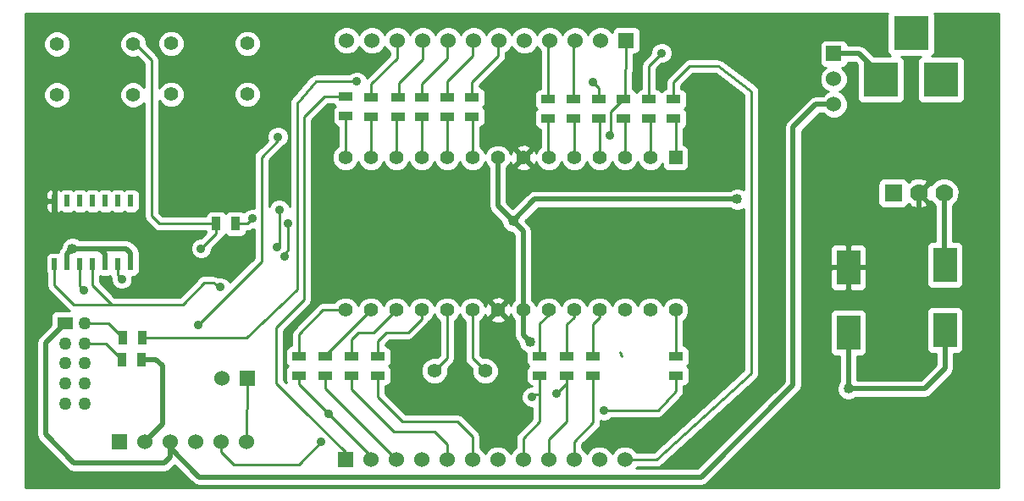
<source format=gtl>
G04 (created by PCBNEW (2013-07-07 BZR 4022)-stable) date 5/31/2014 7:32:52 PM*
%MOIN*%
G04 Gerber Fmt 3.4, Leading zero omitted, Abs format*
%FSLAX34Y34*%
G01*
G70*
G90*
G04 APERTURE LIST*
%ADD10C,0.00590551*%
%ADD11C,0.055*%
%ADD12R,0.02X0.045*%
%ADD13R,0.055X0.035*%
%ADD14R,0.035X0.055*%
%ADD15R,0.06X0.06*%
%ADD16C,0.06*%
%ADD17C,0.056*%
%ADD18R,0.055X0.055*%
%ADD19R,0.1378X0.1378*%
%ADD20R,0.07X0.07*%
%ADD21C,0.07*%
%ADD22R,0.06X0.05*%
%ADD23C,0.05*%
%ADD24R,0.0945X0.1378*%
%ADD25C,0.04*%
%ADD26C,0.035*%
%ADD27C,0.01*%
%ADD28C,0.02*%
G04 APERTURE END LIST*
G54D10*
G54D11*
X61650Y-49425D03*
X61650Y-51425D03*
X58650Y-49425D03*
X58650Y-51425D03*
X66140Y-49400D03*
X66140Y-51400D03*
X63140Y-49400D03*
X63140Y-51400D03*
G54D12*
X58550Y-58100D03*
X59050Y-58100D03*
X59550Y-58100D03*
X60050Y-58100D03*
X60550Y-58100D03*
X61050Y-58100D03*
X61550Y-58100D03*
X61550Y-55600D03*
X61050Y-55600D03*
X60050Y-55600D03*
X59550Y-55600D03*
X59050Y-55600D03*
X58550Y-55600D03*
X60550Y-55600D03*
G54D13*
X77650Y-61725D03*
X77650Y-62475D03*
X78975Y-51600D03*
X78975Y-52350D03*
X77975Y-51600D03*
X77975Y-52350D03*
X79975Y-51600D03*
X79975Y-52350D03*
X74975Y-51525D03*
X74975Y-52275D03*
X74000Y-51525D03*
X74000Y-52275D03*
X73025Y-51525D03*
X73025Y-52275D03*
X72075Y-51525D03*
X72075Y-52275D03*
X71025Y-51525D03*
X71025Y-52275D03*
X78725Y-61725D03*
X78725Y-62475D03*
G54D14*
X61250Y-61000D03*
X62000Y-61000D03*
X65675Y-56500D03*
X64925Y-56500D03*
G54D13*
X69200Y-61725D03*
X69200Y-62475D03*
G54D14*
X61975Y-61850D03*
X61225Y-61850D03*
G54D13*
X70025Y-52250D03*
X70025Y-51500D03*
X68175Y-61725D03*
X68175Y-62475D03*
X80950Y-51600D03*
X80950Y-52350D03*
X83025Y-61725D03*
X83025Y-62475D03*
X70250Y-61725D03*
X70250Y-62475D03*
X71275Y-61725D03*
X71275Y-62475D03*
X82925Y-52350D03*
X82925Y-51600D03*
X81950Y-52350D03*
X81950Y-51600D03*
X79750Y-61725D03*
X79750Y-62475D03*
G54D15*
X89225Y-49800D03*
G54D16*
X89225Y-50800D03*
X89225Y-51800D03*
G54D15*
X66150Y-62600D03*
G54D16*
X65150Y-62600D03*
G54D15*
X61100Y-65075D03*
G54D16*
X62100Y-65075D03*
X63100Y-65075D03*
X64100Y-65075D03*
X65100Y-65075D03*
X66100Y-65075D03*
X75000Y-65800D03*
G54D15*
X70000Y-65800D03*
G54D16*
X71000Y-65800D03*
X72000Y-65800D03*
X73000Y-65800D03*
X74000Y-65800D03*
X75000Y-65800D03*
X76000Y-65800D03*
X77000Y-65800D03*
X78000Y-65800D03*
X79000Y-65800D03*
X80000Y-65800D03*
X81000Y-65800D03*
X76050Y-49275D03*
G54D15*
X81050Y-49275D03*
G54D16*
X80050Y-49275D03*
X79050Y-49275D03*
X78050Y-49275D03*
X77050Y-49275D03*
X76050Y-49275D03*
X75050Y-49275D03*
X74050Y-49275D03*
X73050Y-49275D03*
X72050Y-49275D03*
X71050Y-49275D03*
X70050Y-49275D03*
G54D17*
X73500Y-62300D03*
X75500Y-62300D03*
G54D18*
X83000Y-53900D03*
G54D11*
X82000Y-53900D03*
X81000Y-53900D03*
X80000Y-53900D03*
X79000Y-53900D03*
X78000Y-53900D03*
X77000Y-53900D03*
X76000Y-53900D03*
X75000Y-53900D03*
X74000Y-53900D03*
X73000Y-53900D03*
X72000Y-53900D03*
X71000Y-53900D03*
X70000Y-53900D03*
X70000Y-59900D03*
X71000Y-59900D03*
X72000Y-59900D03*
X73000Y-59900D03*
X74000Y-59900D03*
X75000Y-59900D03*
X76000Y-59900D03*
X77000Y-59900D03*
X78000Y-59900D03*
X79000Y-59900D03*
X80000Y-59900D03*
X81000Y-59900D03*
X82000Y-59900D03*
X83000Y-59900D03*
G54D19*
X91084Y-50825D03*
X93446Y-50825D03*
X92265Y-48975D03*
G54D20*
X91560Y-55290D03*
G54D21*
X92560Y-55290D03*
X93560Y-55290D03*
G54D22*
X58962Y-60425D03*
G54D23*
X59750Y-60425D03*
X58962Y-61212D03*
X59750Y-61212D03*
X58962Y-62000D03*
X59750Y-62000D03*
X58962Y-62787D03*
X59750Y-62787D03*
X58962Y-63574D03*
X59750Y-63574D03*
G54D24*
X93600Y-58120D03*
X93600Y-60680D03*
X89800Y-58220D03*
X89800Y-60780D03*
G54D25*
X61600Y-57025D03*
X77925Y-56300D03*
X85400Y-56325D03*
X89800Y-63000D03*
X77275Y-61150D03*
X76600Y-56400D03*
X85425Y-55525D03*
X61100Y-65075D03*
X59250Y-57475D03*
G54D26*
X80175Y-63850D03*
X82450Y-49775D03*
X69050Y-65100D03*
X79750Y-50925D03*
X69350Y-64000D03*
X61200Y-58675D03*
X59725Y-59125D03*
X64325Y-57475D03*
X80400Y-53025D03*
X67350Y-53075D03*
X64200Y-60475D03*
X67400Y-55950D03*
X67325Y-57425D03*
X70450Y-50900D03*
X65075Y-59000D03*
X66350Y-56300D03*
X67750Y-56475D03*
X67600Y-57800D03*
X78325Y-63200D03*
X77350Y-63325D03*
G54D27*
X80825Y-61550D02*
X80875Y-61725D01*
G54D28*
X91600Y-57000D02*
X90000Y-57000D01*
X92560Y-56040D02*
X91600Y-57000D01*
X92560Y-55290D02*
X92560Y-56040D01*
X89800Y-57200D02*
X89800Y-58220D01*
X90000Y-57000D02*
X89800Y-57200D01*
X58550Y-56525D02*
X58550Y-55600D01*
X59000Y-56975D02*
X58550Y-56525D01*
X61550Y-56975D02*
X59000Y-56975D01*
X61600Y-57025D02*
X61550Y-56975D01*
X85375Y-56300D02*
X77925Y-56300D01*
X85400Y-56325D02*
X85375Y-56300D01*
X93600Y-60680D02*
X93600Y-62200D01*
X89800Y-63000D02*
X89800Y-60780D01*
X92800Y-63000D02*
X89800Y-63000D01*
X93600Y-62200D02*
X92800Y-63000D01*
X77000Y-59900D02*
X77000Y-60875D01*
X77000Y-60875D02*
X77275Y-61150D01*
X76600Y-56400D02*
X76600Y-56375D01*
X77450Y-55525D02*
X85425Y-55525D01*
X76600Y-56375D02*
X77450Y-55525D01*
X61975Y-61850D02*
X62550Y-61850D01*
X62550Y-61850D02*
X62800Y-62100D01*
X62800Y-62100D02*
X62800Y-64375D01*
X62800Y-64375D02*
X62100Y-65075D01*
X61550Y-58100D02*
X61550Y-57650D01*
X61375Y-57475D02*
X60325Y-57475D01*
X61550Y-57650D02*
X61375Y-57475D01*
X60550Y-58100D02*
X60550Y-57700D01*
X60325Y-57475D02*
X59250Y-57475D01*
X60550Y-57700D02*
X60325Y-57475D01*
X59050Y-58100D02*
X59050Y-57675D01*
X59050Y-57675D02*
X59250Y-57475D01*
X77000Y-59900D02*
X77000Y-56800D01*
X76000Y-55800D02*
X76600Y-56400D01*
X76000Y-55800D02*
X76000Y-53900D01*
X77000Y-56800D02*
X76600Y-56400D01*
G54D27*
X83000Y-53900D02*
X83000Y-52425D01*
X83000Y-52425D02*
X82925Y-52350D01*
X81000Y-53900D02*
X81000Y-52400D01*
X81000Y-52400D02*
X80950Y-52350D01*
X70250Y-61725D02*
X70250Y-61050D01*
X71100Y-60800D02*
X72000Y-59900D01*
X70500Y-60800D02*
X71100Y-60800D01*
X70250Y-61050D02*
X70500Y-60800D01*
X73000Y-59900D02*
X73000Y-60250D01*
X71275Y-61125D02*
X71275Y-61725D01*
X71625Y-60775D02*
X71275Y-61125D01*
X72475Y-60775D02*
X71625Y-60775D01*
X73000Y-60250D02*
X72475Y-60775D01*
X79000Y-59900D02*
X79000Y-60175D01*
X78725Y-60450D02*
X78725Y-61725D01*
X79000Y-60175D02*
X78725Y-60450D01*
X80000Y-59900D02*
X80000Y-60200D01*
X79750Y-60450D02*
X79750Y-61725D01*
X80000Y-60200D02*
X79750Y-60450D01*
X82000Y-53900D02*
X82000Y-52400D01*
X82000Y-52400D02*
X81950Y-52350D01*
X71000Y-53900D02*
X71000Y-52300D01*
X71000Y-52300D02*
X71025Y-52275D01*
G54D28*
X91084Y-50825D02*
X91084Y-50659D01*
X90225Y-49800D02*
X89225Y-49800D01*
X91084Y-50659D02*
X90225Y-49800D01*
G54D27*
X72000Y-53900D02*
X72000Y-52350D01*
X72000Y-52350D02*
X72075Y-52275D01*
X70000Y-53900D02*
X70000Y-52275D01*
X70000Y-52275D02*
X70025Y-52250D01*
X70000Y-59900D02*
X69125Y-59900D01*
X68175Y-60850D02*
X68175Y-61725D01*
X69125Y-59900D02*
X68175Y-60850D01*
X69200Y-61725D02*
X69200Y-61700D01*
X69200Y-61700D02*
X71000Y-59900D01*
X83025Y-63075D02*
X83025Y-62475D01*
X82300Y-63850D02*
X83025Y-63075D01*
X80225Y-63850D02*
X82300Y-63850D01*
X80175Y-63850D02*
X80225Y-63850D01*
X83000Y-59900D02*
X83000Y-61700D01*
X83000Y-61700D02*
X83025Y-61725D01*
X74000Y-51525D02*
X74000Y-50900D01*
X75025Y-49300D02*
X75050Y-49275D01*
X75025Y-49875D02*
X75025Y-49300D01*
X74000Y-50900D02*
X75025Y-49875D01*
X68375Y-59500D02*
X68375Y-52300D01*
X70000Y-65500D02*
X68325Y-63825D01*
X68325Y-63825D02*
X67275Y-62775D01*
X67275Y-62775D02*
X67275Y-60600D01*
X67275Y-60600D02*
X68375Y-59500D01*
X70000Y-65800D02*
X70000Y-65500D01*
X69175Y-51500D02*
X70025Y-51500D01*
X68375Y-52300D02*
X69175Y-51500D01*
X79000Y-65800D02*
X79000Y-65075D01*
X79750Y-64325D02*
X79750Y-62475D01*
X79000Y-65075D02*
X79750Y-64325D01*
X81950Y-51600D02*
X81950Y-50275D01*
X81950Y-50275D02*
X82450Y-49775D01*
X82925Y-51600D02*
X82925Y-50925D01*
X82250Y-65800D02*
X81000Y-65800D01*
X85975Y-62400D02*
X82250Y-65800D01*
X85975Y-51275D02*
X85975Y-62400D01*
X84675Y-50300D02*
X85975Y-51275D01*
X83550Y-50300D02*
X84675Y-50300D01*
X82925Y-50925D02*
X83550Y-50300D01*
X73000Y-53900D02*
X73000Y-52300D01*
X73000Y-52300D02*
X73025Y-52275D01*
X71025Y-51525D02*
X71025Y-51000D01*
X72050Y-49975D02*
X72050Y-49275D01*
X71025Y-51000D02*
X72050Y-49975D01*
X73025Y-51525D02*
X73025Y-50975D01*
X74025Y-49300D02*
X74050Y-49275D01*
X74025Y-49975D02*
X74025Y-49300D01*
X73025Y-50975D02*
X74025Y-49975D01*
X65100Y-65075D02*
X65100Y-65475D01*
X68175Y-65975D02*
X69050Y-65100D01*
X65600Y-65975D02*
X68175Y-65975D01*
X65100Y-65475D02*
X65600Y-65975D01*
X69200Y-62475D02*
X69200Y-63000D01*
X69200Y-63000D02*
X72000Y-65800D01*
X74975Y-51525D02*
X74975Y-50925D01*
X76025Y-49300D02*
X76050Y-49275D01*
X76025Y-49875D02*
X76025Y-49300D01*
X74975Y-50925D02*
X76025Y-49875D01*
X79975Y-51150D02*
X79975Y-51600D01*
X79750Y-50925D02*
X79975Y-51150D01*
X77975Y-51600D02*
X77975Y-49350D01*
X77975Y-49350D02*
X78050Y-49275D01*
X78975Y-51600D02*
X78975Y-49350D01*
X78975Y-49350D02*
X79050Y-49275D01*
X74000Y-53900D02*
X74000Y-52275D01*
X66150Y-62600D02*
X66125Y-65050D01*
X66125Y-65050D02*
X66100Y-65075D01*
X68175Y-62475D02*
X68175Y-62825D01*
X68175Y-62825D02*
X69350Y-64000D01*
X71000Y-65650D02*
X71000Y-65800D01*
X69350Y-64000D02*
X71000Y-65650D01*
X68175Y-62650D02*
X68175Y-62475D01*
X61050Y-58525D02*
X61200Y-58675D01*
X61050Y-58100D02*
X61050Y-58525D01*
X59550Y-58950D02*
X59550Y-58100D01*
X59725Y-59125D02*
X59550Y-58950D01*
X75000Y-53900D02*
X75000Y-52300D01*
X75000Y-52300D02*
X74975Y-52275D01*
X61650Y-49425D02*
X61750Y-49425D01*
X62675Y-56500D02*
X64925Y-56500D01*
X62375Y-56200D02*
X62675Y-56500D01*
X62375Y-50050D02*
X62375Y-56200D01*
X61750Y-49425D02*
X62375Y-50050D01*
X64325Y-57475D02*
X64925Y-56875D01*
X64925Y-56875D02*
X64925Y-56500D01*
X67350Y-53075D02*
X67350Y-53225D01*
X80950Y-51600D02*
X80450Y-52100D01*
X80450Y-52975D02*
X80450Y-52100D01*
X80400Y-53025D02*
X80450Y-52975D01*
X66700Y-53875D02*
X66700Y-57975D01*
X67350Y-53225D02*
X66700Y-53875D01*
X64200Y-60475D02*
X66700Y-57975D01*
X80950Y-51600D02*
X80912Y-51637D01*
X81012Y-51537D02*
X81050Y-49275D01*
X80912Y-51637D02*
X81012Y-51537D01*
X59750Y-61212D02*
X60587Y-61212D01*
X60587Y-61212D02*
X61225Y-61850D01*
X67400Y-57350D02*
X67400Y-55950D01*
X67325Y-57425D02*
X67400Y-57350D01*
X78000Y-59900D02*
X78000Y-60075D01*
X77650Y-60425D02*
X77650Y-61725D01*
X78000Y-60075D02*
X77650Y-60425D01*
X80000Y-53900D02*
X80000Y-52375D01*
X80000Y-52375D02*
X79975Y-52350D01*
X71275Y-62475D02*
X71275Y-63325D01*
X75000Y-64875D02*
X75000Y-65800D01*
X74425Y-64300D02*
X75000Y-64875D01*
X72250Y-64300D02*
X74425Y-64300D01*
X71275Y-63325D02*
X72250Y-64300D01*
X70250Y-62475D02*
X70250Y-63025D01*
X74000Y-65175D02*
X74000Y-65800D01*
X73525Y-64700D02*
X74000Y-65175D01*
X71925Y-64700D02*
X73525Y-64700D01*
X70250Y-63025D02*
X71925Y-64700D01*
X59750Y-60425D02*
X60675Y-60425D01*
X60675Y-60425D02*
X61250Y-61000D01*
X62000Y-61000D02*
X66100Y-61000D01*
X68850Y-50900D02*
X70450Y-50900D01*
X68100Y-51750D02*
X68850Y-50900D01*
X68100Y-59100D02*
X68100Y-51750D01*
X66100Y-61000D02*
X68100Y-59100D01*
X73050Y-49275D02*
X73050Y-50025D01*
X72125Y-51475D02*
X72075Y-51525D01*
X72125Y-50950D02*
X72125Y-51475D01*
X73050Y-50025D02*
X72125Y-50950D01*
X77975Y-52350D02*
X77975Y-53875D01*
X77975Y-53875D02*
X78000Y-53900D01*
X79000Y-53900D02*
X79000Y-52375D01*
X79000Y-52375D02*
X78975Y-52350D01*
G54D28*
X89225Y-51800D02*
X88525Y-51800D01*
X63100Y-65325D02*
X64250Y-66475D01*
X64250Y-66475D02*
X84000Y-66475D01*
X84000Y-66475D02*
X87625Y-62850D01*
X87625Y-62850D02*
X87625Y-52700D01*
X63100Y-65325D02*
X63100Y-65075D01*
X88525Y-51800D02*
X87625Y-52700D01*
X63100Y-65075D02*
X63100Y-65700D01*
X58200Y-61187D02*
X58962Y-60425D01*
X58200Y-64800D02*
X58200Y-61187D01*
X59325Y-65925D02*
X58200Y-64800D01*
X62875Y-65925D02*
X59325Y-65925D01*
X63100Y-65700D02*
X62875Y-65925D01*
G54D27*
X60050Y-58525D02*
X60050Y-58925D01*
X60050Y-58100D02*
X60050Y-58525D01*
X60050Y-58925D02*
X60800Y-59675D01*
X58550Y-58650D02*
X58550Y-58925D01*
X58550Y-58100D02*
X58550Y-58650D01*
X65075Y-59000D02*
X64800Y-58825D01*
X64800Y-58825D02*
X64425Y-58825D01*
X64450Y-58825D02*
X64425Y-58825D01*
X63600Y-59675D02*
X64450Y-58825D01*
X59300Y-59675D02*
X60800Y-59675D01*
X60800Y-59675D02*
X63600Y-59675D01*
X58550Y-58925D02*
X59300Y-59675D01*
G54D28*
X93560Y-55290D02*
X93560Y-58080D01*
X93560Y-58080D02*
X93600Y-58120D01*
G54D27*
X75000Y-59900D02*
X75000Y-61800D01*
X75000Y-61800D02*
X75500Y-62300D01*
X74000Y-59900D02*
X74000Y-61800D01*
X74000Y-61800D02*
X73500Y-62300D01*
X67600Y-57800D02*
X67600Y-57675D01*
X66150Y-56500D02*
X65675Y-56500D01*
X66350Y-56300D02*
X66150Y-56500D01*
X67750Y-57525D02*
X67750Y-56475D01*
X67600Y-57675D02*
X67750Y-57525D01*
X67600Y-57800D02*
X67600Y-57700D01*
X78725Y-62475D02*
X78725Y-62800D01*
X67600Y-57800D02*
X67575Y-57825D01*
X78725Y-62800D02*
X78325Y-63200D01*
X78725Y-62475D02*
X78725Y-64275D01*
X78000Y-65000D02*
X78000Y-65800D01*
X78725Y-64275D02*
X78000Y-65000D01*
X77650Y-63225D02*
X77450Y-63225D01*
X77450Y-63225D02*
X77350Y-63325D01*
X77650Y-62475D02*
X77650Y-63225D01*
X77650Y-63225D02*
X77650Y-63500D01*
X77650Y-63500D02*
X77650Y-64300D01*
X77000Y-64950D02*
X77000Y-65800D01*
X77650Y-64300D02*
X77000Y-64950D01*
G54D10*
G36*
X77350Y-64175D02*
X76787Y-64737D01*
X76722Y-64835D01*
X76700Y-64950D01*
X76700Y-65328D01*
X76688Y-65333D01*
X76534Y-65488D01*
X76500Y-65569D01*
X76466Y-65488D01*
X76311Y-65334D01*
X76297Y-65327D01*
X76297Y-60267D01*
X76000Y-59970D01*
X75702Y-60267D01*
X75727Y-60360D01*
X75924Y-60429D01*
X76132Y-60418D01*
X76272Y-60360D01*
X76297Y-60267D01*
X76297Y-65327D01*
X76109Y-65250D01*
X75891Y-65249D01*
X75688Y-65333D01*
X75534Y-65488D01*
X75500Y-65569D01*
X75466Y-65488D01*
X75311Y-65334D01*
X75300Y-65329D01*
X75300Y-64875D01*
X75299Y-64874D01*
X75277Y-64760D01*
X75212Y-64662D01*
X75212Y-64662D01*
X74637Y-64087D01*
X74539Y-64022D01*
X74425Y-64000D01*
X72374Y-64000D01*
X71575Y-63200D01*
X71575Y-62900D01*
X71599Y-62900D01*
X71691Y-62862D01*
X71761Y-62791D01*
X71799Y-62699D01*
X71800Y-62600D01*
X71800Y-62250D01*
X71762Y-62158D01*
X71703Y-62099D01*
X71761Y-62041D01*
X71799Y-61949D01*
X71800Y-61850D01*
X71800Y-61500D01*
X71762Y-61408D01*
X71691Y-61338D01*
X71599Y-61300D01*
X71575Y-61300D01*
X71575Y-61249D01*
X71749Y-61075D01*
X72475Y-61075D01*
X72475Y-61074D01*
X72589Y-61052D01*
X72589Y-61052D01*
X72687Y-60987D01*
X73212Y-60462D01*
X73212Y-60462D01*
X73277Y-60364D01*
X73279Y-60352D01*
X73297Y-60345D01*
X73444Y-60197D01*
X73500Y-60064D01*
X73554Y-60197D01*
X73700Y-60342D01*
X73700Y-61675D01*
X73605Y-61770D01*
X73395Y-61769D01*
X73200Y-61850D01*
X73050Y-61999D01*
X72970Y-62194D01*
X72969Y-62404D01*
X73050Y-62599D01*
X73199Y-62749D01*
X73394Y-62829D01*
X73604Y-62830D01*
X73799Y-62749D01*
X73949Y-62600D01*
X74029Y-62405D01*
X74030Y-62195D01*
X74029Y-62194D01*
X74212Y-62012D01*
X74212Y-62012D01*
X74277Y-61914D01*
X74299Y-61800D01*
X74300Y-61800D01*
X74300Y-60342D01*
X74444Y-60197D01*
X74500Y-60064D01*
X74554Y-60197D01*
X74700Y-60342D01*
X74700Y-61800D01*
X74722Y-61914D01*
X74787Y-62012D01*
X74970Y-62194D01*
X74969Y-62404D01*
X75050Y-62599D01*
X75199Y-62749D01*
X75394Y-62829D01*
X75604Y-62830D01*
X75799Y-62749D01*
X75949Y-62600D01*
X76029Y-62405D01*
X76030Y-62195D01*
X75949Y-62000D01*
X75800Y-61850D01*
X75605Y-61770D01*
X75395Y-61769D01*
X75394Y-61770D01*
X75300Y-61675D01*
X75300Y-60342D01*
X75444Y-60197D01*
X75497Y-60071D01*
X75539Y-60172D01*
X75632Y-60197D01*
X75929Y-59900D01*
X75632Y-59602D01*
X75539Y-59627D01*
X75500Y-59737D01*
X75445Y-59603D01*
X75297Y-59455D01*
X75104Y-59375D01*
X74896Y-59374D01*
X74703Y-59454D01*
X74555Y-59602D01*
X74499Y-59735D01*
X74445Y-59603D01*
X74297Y-59455D01*
X74104Y-59375D01*
X73896Y-59374D01*
X73703Y-59454D01*
X73555Y-59602D01*
X73499Y-59735D01*
X73445Y-59603D01*
X73297Y-59455D01*
X73104Y-59375D01*
X72896Y-59374D01*
X72703Y-59454D01*
X72555Y-59602D01*
X72499Y-59735D01*
X72445Y-59603D01*
X72297Y-59455D01*
X72104Y-59375D01*
X71896Y-59374D01*
X71703Y-59454D01*
X71555Y-59602D01*
X71499Y-59735D01*
X71445Y-59603D01*
X71297Y-59455D01*
X71104Y-59375D01*
X70896Y-59374D01*
X70703Y-59454D01*
X70555Y-59602D01*
X70499Y-59735D01*
X70445Y-59603D01*
X70297Y-59455D01*
X70104Y-59375D01*
X69896Y-59374D01*
X69703Y-59454D01*
X69557Y-59600D01*
X69125Y-59600D01*
X69010Y-59622D01*
X68912Y-59687D01*
X67962Y-60637D01*
X67897Y-60735D01*
X67875Y-60850D01*
X67875Y-61299D01*
X67850Y-61299D01*
X67758Y-61337D01*
X67688Y-61408D01*
X67650Y-61500D01*
X67649Y-61599D01*
X67649Y-61949D01*
X67687Y-62041D01*
X67746Y-62100D01*
X67688Y-62158D01*
X67650Y-62250D01*
X67649Y-62349D01*
X67649Y-62699D01*
X67668Y-62744D01*
X67575Y-62650D01*
X67575Y-60724D01*
X68587Y-59712D01*
X68587Y-59712D01*
X68652Y-59614D01*
X68674Y-59500D01*
X68675Y-59500D01*
X68675Y-52424D01*
X69299Y-51800D01*
X69531Y-51800D01*
X69537Y-51816D01*
X69596Y-51875D01*
X69538Y-51933D01*
X69500Y-52025D01*
X69499Y-52124D01*
X69499Y-52474D01*
X69537Y-52566D01*
X69608Y-52636D01*
X69700Y-52674D01*
X69700Y-53457D01*
X69555Y-53602D01*
X69475Y-53795D01*
X69474Y-54003D01*
X69554Y-54197D01*
X69702Y-54344D01*
X69895Y-54424D01*
X70103Y-54425D01*
X70297Y-54345D01*
X70444Y-54197D01*
X70500Y-54064D01*
X70554Y-54197D01*
X70702Y-54344D01*
X70895Y-54424D01*
X71103Y-54425D01*
X71297Y-54345D01*
X71444Y-54197D01*
X71500Y-54064D01*
X71554Y-54197D01*
X71702Y-54344D01*
X71895Y-54424D01*
X72103Y-54425D01*
X72297Y-54345D01*
X72444Y-54197D01*
X72500Y-54064D01*
X72554Y-54197D01*
X72702Y-54344D01*
X72895Y-54424D01*
X73103Y-54425D01*
X73297Y-54345D01*
X73444Y-54197D01*
X73500Y-54064D01*
X73554Y-54197D01*
X73702Y-54344D01*
X73895Y-54424D01*
X74103Y-54425D01*
X74297Y-54345D01*
X74444Y-54197D01*
X74500Y-54064D01*
X74554Y-54197D01*
X74702Y-54344D01*
X74895Y-54424D01*
X75103Y-54425D01*
X75297Y-54345D01*
X75444Y-54197D01*
X75500Y-54064D01*
X75554Y-54197D01*
X75650Y-54292D01*
X75650Y-55800D01*
X75676Y-55933D01*
X75752Y-56047D01*
X76149Y-56444D01*
X76149Y-56489D01*
X76218Y-56654D01*
X76344Y-56781D01*
X76510Y-56849D01*
X76554Y-56849D01*
X76650Y-56944D01*
X76650Y-59507D01*
X76555Y-59602D01*
X76502Y-59728D01*
X76460Y-59627D01*
X76367Y-59602D01*
X76297Y-59673D01*
X76297Y-59532D01*
X76272Y-59439D01*
X76075Y-59370D01*
X75867Y-59381D01*
X75727Y-59439D01*
X75702Y-59532D01*
X76000Y-59829D01*
X76297Y-59532D01*
X76297Y-59673D01*
X76070Y-59900D01*
X76367Y-60197D01*
X76460Y-60172D01*
X76499Y-60062D01*
X76554Y-60197D01*
X76650Y-60292D01*
X76650Y-60875D01*
X76676Y-61008D01*
X76752Y-61122D01*
X76824Y-61194D01*
X76824Y-61239D01*
X76893Y-61404D01*
X77019Y-61531D01*
X77124Y-61574D01*
X77124Y-61599D01*
X77124Y-61949D01*
X77162Y-62041D01*
X77221Y-62100D01*
X77163Y-62158D01*
X77125Y-62250D01*
X77124Y-62349D01*
X77124Y-62699D01*
X77162Y-62791D01*
X77233Y-62861D01*
X77325Y-62899D01*
X77350Y-62899D01*
X77350Y-62899D01*
X77265Y-62899D01*
X77109Y-62964D01*
X76989Y-63083D01*
X76925Y-63240D01*
X76924Y-63409D01*
X76989Y-63565D01*
X77108Y-63685D01*
X77265Y-63749D01*
X77350Y-63750D01*
X77350Y-64175D01*
X77350Y-64175D01*
G37*
G54D27*
X77350Y-64175D02*
X76787Y-64737D01*
X76722Y-64835D01*
X76700Y-64950D01*
X76700Y-65328D01*
X76688Y-65333D01*
X76534Y-65488D01*
X76500Y-65569D01*
X76466Y-65488D01*
X76311Y-65334D01*
X76297Y-65327D01*
X76297Y-60267D01*
X76000Y-59970D01*
X75702Y-60267D01*
X75727Y-60360D01*
X75924Y-60429D01*
X76132Y-60418D01*
X76272Y-60360D01*
X76297Y-60267D01*
X76297Y-65327D01*
X76109Y-65250D01*
X75891Y-65249D01*
X75688Y-65333D01*
X75534Y-65488D01*
X75500Y-65569D01*
X75466Y-65488D01*
X75311Y-65334D01*
X75300Y-65329D01*
X75300Y-64875D01*
X75299Y-64874D01*
X75277Y-64760D01*
X75212Y-64662D01*
X75212Y-64662D01*
X74637Y-64087D01*
X74539Y-64022D01*
X74425Y-64000D01*
X72374Y-64000D01*
X71575Y-63200D01*
X71575Y-62900D01*
X71599Y-62900D01*
X71691Y-62862D01*
X71761Y-62791D01*
X71799Y-62699D01*
X71800Y-62600D01*
X71800Y-62250D01*
X71762Y-62158D01*
X71703Y-62099D01*
X71761Y-62041D01*
X71799Y-61949D01*
X71800Y-61850D01*
X71800Y-61500D01*
X71762Y-61408D01*
X71691Y-61338D01*
X71599Y-61300D01*
X71575Y-61300D01*
X71575Y-61249D01*
X71749Y-61075D01*
X72475Y-61075D01*
X72475Y-61074D01*
X72589Y-61052D01*
X72589Y-61052D01*
X72687Y-60987D01*
X73212Y-60462D01*
X73212Y-60462D01*
X73277Y-60364D01*
X73279Y-60352D01*
X73297Y-60345D01*
X73444Y-60197D01*
X73500Y-60064D01*
X73554Y-60197D01*
X73700Y-60342D01*
X73700Y-61675D01*
X73605Y-61770D01*
X73395Y-61769D01*
X73200Y-61850D01*
X73050Y-61999D01*
X72970Y-62194D01*
X72969Y-62404D01*
X73050Y-62599D01*
X73199Y-62749D01*
X73394Y-62829D01*
X73604Y-62830D01*
X73799Y-62749D01*
X73949Y-62600D01*
X74029Y-62405D01*
X74030Y-62195D01*
X74029Y-62194D01*
X74212Y-62012D01*
X74212Y-62012D01*
X74277Y-61914D01*
X74299Y-61800D01*
X74300Y-61800D01*
X74300Y-60342D01*
X74444Y-60197D01*
X74500Y-60064D01*
X74554Y-60197D01*
X74700Y-60342D01*
X74700Y-61800D01*
X74722Y-61914D01*
X74787Y-62012D01*
X74970Y-62194D01*
X74969Y-62404D01*
X75050Y-62599D01*
X75199Y-62749D01*
X75394Y-62829D01*
X75604Y-62830D01*
X75799Y-62749D01*
X75949Y-62600D01*
X76029Y-62405D01*
X76030Y-62195D01*
X75949Y-62000D01*
X75800Y-61850D01*
X75605Y-61770D01*
X75395Y-61769D01*
X75394Y-61770D01*
X75300Y-61675D01*
X75300Y-60342D01*
X75444Y-60197D01*
X75497Y-60071D01*
X75539Y-60172D01*
X75632Y-60197D01*
X75929Y-59900D01*
X75632Y-59602D01*
X75539Y-59627D01*
X75500Y-59737D01*
X75445Y-59603D01*
X75297Y-59455D01*
X75104Y-59375D01*
X74896Y-59374D01*
X74703Y-59454D01*
X74555Y-59602D01*
X74499Y-59735D01*
X74445Y-59603D01*
X74297Y-59455D01*
X74104Y-59375D01*
X73896Y-59374D01*
X73703Y-59454D01*
X73555Y-59602D01*
X73499Y-59735D01*
X73445Y-59603D01*
X73297Y-59455D01*
X73104Y-59375D01*
X72896Y-59374D01*
X72703Y-59454D01*
X72555Y-59602D01*
X72499Y-59735D01*
X72445Y-59603D01*
X72297Y-59455D01*
X72104Y-59375D01*
X71896Y-59374D01*
X71703Y-59454D01*
X71555Y-59602D01*
X71499Y-59735D01*
X71445Y-59603D01*
X71297Y-59455D01*
X71104Y-59375D01*
X70896Y-59374D01*
X70703Y-59454D01*
X70555Y-59602D01*
X70499Y-59735D01*
X70445Y-59603D01*
X70297Y-59455D01*
X70104Y-59375D01*
X69896Y-59374D01*
X69703Y-59454D01*
X69557Y-59600D01*
X69125Y-59600D01*
X69010Y-59622D01*
X68912Y-59687D01*
X67962Y-60637D01*
X67897Y-60735D01*
X67875Y-60850D01*
X67875Y-61299D01*
X67850Y-61299D01*
X67758Y-61337D01*
X67688Y-61408D01*
X67650Y-61500D01*
X67649Y-61599D01*
X67649Y-61949D01*
X67687Y-62041D01*
X67746Y-62100D01*
X67688Y-62158D01*
X67650Y-62250D01*
X67649Y-62349D01*
X67649Y-62699D01*
X67668Y-62744D01*
X67575Y-62650D01*
X67575Y-60724D01*
X68587Y-59712D01*
X68587Y-59712D01*
X68652Y-59614D01*
X68674Y-59500D01*
X68675Y-59500D01*
X68675Y-52424D01*
X69299Y-51800D01*
X69531Y-51800D01*
X69537Y-51816D01*
X69596Y-51875D01*
X69538Y-51933D01*
X69500Y-52025D01*
X69499Y-52124D01*
X69499Y-52474D01*
X69537Y-52566D01*
X69608Y-52636D01*
X69700Y-52674D01*
X69700Y-53457D01*
X69555Y-53602D01*
X69475Y-53795D01*
X69474Y-54003D01*
X69554Y-54197D01*
X69702Y-54344D01*
X69895Y-54424D01*
X70103Y-54425D01*
X70297Y-54345D01*
X70444Y-54197D01*
X70500Y-54064D01*
X70554Y-54197D01*
X70702Y-54344D01*
X70895Y-54424D01*
X71103Y-54425D01*
X71297Y-54345D01*
X71444Y-54197D01*
X71500Y-54064D01*
X71554Y-54197D01*
X71702Y-54344D01*
X71895Y-54424D01*
X72103Y-54425D01*
X72297Y-54345D01*
X72444Y-54197D01*
X72500Y-54064D01*
X72554Y-54197D01*
X72702Y-54344D01*
X72895Y-54424D01*
X73103Y-54425D01*
X73297Y-54345D01*
X73444Y-54197D01*
X73500Y-54064D01*
X73554Y-54197D01*
X73702Y-54344D01*
X73895Y-54424D01*
X74103Y-54425D01*
X74297Y-54345D01*
X74444Y-54197D01*
X74500Y-54064D01*
X74554Y-54197D01*
X74702Y-54344D01*
X74895Y-54424D01*
X75103Y-54425D01*
X75297Y-54345D01*
X75444Y-54197D01*
X75500Y-54064D01*
X75554Y-54197D01*
X75650Y-54292D01*
X75650Y-55800D01*
X75676Y-55933D01*
X75752Y-56047D01*
X76149Y-56444D01*
X76149Y-56489D01*
X76218Y-56654D01*
X76344Y-56781D01*
X76510Y-56849D01*
X76554Y-56849D01*
X76650Y-56944D01*
X76650Y-59507D01*
X76555Y-59602D01*
X76502Y-59728D01*
X76460Y-59627D01*
X76367Y-59602D01*
X76297Y-59673D01*
X76297Y-59532D01*
X76272Y-59439D01*
X76075Y-59370D01*
X75867Y-59381D01*
X75727Y-59439D01*
X75702Y-59532D01*
X76000Y-59829D01*
X76297Y-59532D01*
X76297Y-59673D01*
X76070Y-59900D01*
X76367Y-60197D01*
X76460Y-60172D01*
X76499Y-60062D01*
X76554Y-60197D01*
X76650Y-60292D01*
X76650Y-60875D01*
X76676Y-61008D01*
X76752Y-61122D01*
X76824Y-61194D01*
X76824Y-61239D01*
X76893Y-61404D01*
X77019Y-61531D01*
X77124Y-61574D01*
X77124Y-61599D01*
X77124Y-61949D01*
X77162Y-62041D01*
X77221Y-62100D01*
X77163Y-62158D01*
X77125Y-62250D01*
X77124Y-62349D01*
X77124Y-62699D01*
X77162Y-62791D01*
X77233Y-62861D01*
X77325Y-62899D01*
X77350Y-62899D01*
X77350Y-62899D01*
X77265Y-62899D01*
X77109Y-62964D01*
X76989Y-63083D01*
X76925Y-63240D01*
X76924Y-63409D01*
X76989Y-63565D01*
X77108Y-63685D01*
X77265Y-63749D01*
X77350Y-63750D01*
X77350Y-64175D01*
G54D10*
G36*
X85675Y-55141D02*
X85514Y-55075D01*
X85335Y-55074D01*
X85170Y-55143D01*
X85138Y-55175D01*
X77450Y-55175D01*
X77316Y-55201D01*
X77297Y-55214D01*
X77297Y-54267D01*
X77000Y-53970D01*
X76702Y-54267D01*
X76727Y-54360D01*
X76924Y-54429D01*
X77132Y-54418D01*
X77272Y-54360D01*
X77297Y-54267D01*
X77297Y-55214D01*
X77202Y-55277D01*
X76587Y-55892D01*
X76350Y-55655D01*
X76350Y-54292D01*
X76444Y-54197D01*
X76497Y-54071D01*
X76539Y-54172D01*
X76632Y-54197D01*
X76929Y-53900D01*
X76632Y-53602D01*
X76539Y-53627D01*
X76500Y-53737D01*
X76445Y-53603D01*
X76297Y-53455D01*
X76104Y-53375D01*
X75896Y-53374D01*
X75703Y-53454D01*
X75555Y-53602D01*
X75499Y-53735D01*
X75445Y-53603D01*
X75300Y-53457D01*
X75300Y-52699D01*
X75391Y-52662D01*
X75461Y-52591D01*
X75499Y-52499D01*
X75500Y-52400D01*
X75500Y-52050D01*
X75462Y-51958D01*
X75403Y-51899D01*
X75461Y-51841D01*
X75499Y-51749D01*
X75500Y-51650D01*
X75500Y-51300D01*
X75462Y-51208D01*
X75391Y-51138D01*
X75299Y-51100D01*
X75275Y-51100D01*
X75275Y-51049D01*
X76237Y-50087D01*
X76237Y-50087D01*
X76302Y-49989D01*
X76324Y-49875D01*
X76325Y-49875D01*
X76325Y-49756D01*
X76361Y-49741D01*
X76515Y-49586D01*
X76549Y-49505D01*
X76583Y-49586D01*
X76738Y-49740D01*
X76940Y-49824D01*
X77158Y-49825D01*
X77361Y-49741D01*
X77515Y-49586D01*
X77549Y-49505D01*
X77583Y-49586D01*
X77675Y-49677D01*
X77675Y-51174D01*
X77650Y-51174D01*
X77558Y-51212D01*
X77488Y-51283D01*
X77450Y-51375D01*
X77449Y-51474D01*
X77449Y-51824D01*
X77487Y-51916D01*
X77546Y-51975D01*
X77488Y-52033D01*
X77450Y-52125D01*
X77449Y-52224D01*
X77449Y-52574D01*
X77487Y-52666D01*
X77558Y-52736D01*
X77650Y-52774D01*
X77675Y-52774D01*
X77675Y-53482D01*
X77555Y-53602D01*
X77502Y-53728D01*
X77460Y-53627D01*
X77367Y-53602D01*
X77297Y-53673D01*
X77297Y-53532D01*
X77272Y-53439D01*
X77075Y-53370D01*
X76867Y-53381D01*
X76727Y-53439D01*
X76702Y-53532D01*
X77000Y-53829D01*
X77297Y-53532D01*
X77297Y-53673D01*
X77070Y-53900D01*
X77367Y-54197D01*
X77460Y-54172D01*
X77499Y-54062D01*
X77554Y-54197D01*
X77702Y-54344D01*
X77895Y-54424D01*
X78103Y-54425D01*
X78297Y-54345D01*
X78444Y-54197D01*
X78500Y-54064D01*
X78554Y-54197D01*
X78702Y-54344D01*
X78895Y-54424D01*
X79103Y-54425D01*
X79297Y-54345D01*
X79444Y-54197D01*
X79500Y-54064D01*
X79554Y-54197D01*
X79702Y-54344D01*
X79895Y-54424D01*
X80103Y-54425D01*
X80297Y-54345D01*
X80444Y-54197D01*
X80500Y-54064D01*
X80554Y-54197D01*
X80702Y-54344D01*
X80895Y-54424D01*
X81103Y-54425D01*
X81297Y-54345D01*
X81444Y-54197D01*
X81500Y-54064D01*
X81554Y-54197D01*
X81702Y-54344D01*
X81895Y-54424D01*
X82103Y-54425D01*
X82297Y-54345D01*
X82444Y-54197D01*
X82474Y-54125D01*
X82474Y-54224D01*
X82512Y-54316D01*
X82583Y-54386D01*
X82675Y-54424D01*
X82774Y-54425D01*
X83324Y-54425D01*
X83416Y-54387D01*
X83486Y-54316D01*
X83524Y-54224D01*
X83525Y-54125D01*
X83525Y-53575D01*
X83487Y-53483D01*
X83416Y-53413D01*
X83324Y-53375D01*
X83300Y-53375D01*
X83300Y-52754D01*
X83341Y-52737D01*
X83411Y-52666D01*
X83449Y-52574D01*
X83450Y-52475D01*
X83450Y-52125D01*
X83412Y-52033D01*
X83353Y-51974D01*
X83411Y-51916D01*
X83449Y-51824D01*
X83450Y-51725D01*
X83450Y-51375D01*
X83412Y-51283D01*
X83341Y-51213D01*
X83249Y-51175D01*
X83225Y-51175D01*
X83225Y-51049D01*
X83674Y-50600D01*
X84574Y-50600D01*
X85675Y-51425D01*
X85675Y-55141D01*
X85675Y-55141D01*
G37*
G54D27*
X85675Y-55141D02*
X85514Y-55075D01*
X85335Y-55074D01*
X85170Y-55143D01*
X85138Y-55175D01*
X77450Y-55175D01*
X77316Y-55201D01*
X77297Y-55214D01*
X77297Y-54267D01*
X77000Y-53970D01*
X76702Y-54267D01*
X76727Y-54360D01*
X76924Y-54429D01*
X77132Y-54418D01*
X77272Y-54360D01*
X77297Y-54267D01*
X77297Y-55214D01*
X77202Y-55277D01*
X76587Y-55892D01*
X76350Y-55655D01*
X76350Y-54292D01*
X76444Y-54197D01*
X76497Y-54071D01*
X76539Y-54172D01*
X76632Y-54197D01*
X76929Y-53900D01*
X76632Y-53602D01*
X76539Y-53627D01*
X76500Y-53737D01*
X76445Y-53603D01*
X76297Y-53455D01*
X76104Y-53375D01*
X75896Y-53374D01*
X75703Y-53454D01*
X75555Y-53602D01*
X75499Y-53735D01*
X75445Y-53603D01*
X75300Y-53457D01*
X75300Y-52699D01*
X75391Y-52662D01*
X75461Y-52591D01*
X75499Y-52499D01*
X75500Y-52400D01*
X75500Y-52050D01*
X75462Y-51958D01*
X75403Y-51899D01*
X75461Y-51841D01*
X75499Y-51749D01*
X75500Y-51650D01*
X75500Y-51300D01*
X75462Y-51208D01*
X75391Y-51138D01*
X75299Y-51100D01*
X75275Y-51100D01*
X75275Y-51049D01*
X76237Y-50087D01*
X76237Y-50087D01*
X76302Y-49989D01*
X76324Y-49875D01*
X76325Y-49875D01*
X76325Y-49756D01*
X76361Y-49741D01*
X76515Y-49586D01*
X76549Y-49505D01*
X76583Y-49586D01*
X76738Y-49740D01*
X76940Y-49824D01*
X77158Y-49825D01*
X77361Y-49741D01*
X77515Y-49586D01*
X77549Y-49505D01*
X77583Y-49586D01*
X77675Y-49677D01*
X77675Y-51174D01*
X77650Y-51174D01*
X77558Y-51212D01*
X77488Y-51283D01*
X77450Y-51375D01*
X77449Y-51474D01*
X77449Y-51824D01*
X77487Y-51916D01*
X77546Y-51975D01*
X77488Y-52033D01*
X77450Y-52125D01*
X77449Y-52224D01*
X77449Y-52574D01*
X77487Y-52666D01*
X77558Y-52736D01*
X77650Y-52774D01*
X77675Y-52774D01*
X77675Y-53482D01*
X77555Y-53602D01*
X77502Y-53728D01*
X77460Y-53627D01*
X77367Y-53602D01*
X77297Y-53673D01*
X77297Y-53532D01*
X77272Y-53439D01*
X77075Y-53370D01*
X76867Y-53381D01*
X76727Y-53439D01*
X76702Y-53532D01*
X77000Y-53829D01*
X77297Y-53532D01*
X77297Y-53673D01*
X77070Y-53900D01*
X77367Y-54197D01*
X77460Y-54172D01*
X77499Y-54062D01*
X77554Y-54197D01*
X77702Y-54344D01*
X77895Y-54424D01*
X78103Y-54425D01*
X78297Y-54345D01*
X78444Y-54197D01*
X78500Y-54064D01*
X78554Y-54197D01*
X78702Y-54344D01*
X78895Y-54424D01*
X79103Y-54425D01*
X79297Y-54345D01*
X79444Y-54197D01*
X79500Y-54064D01*
X79554Y-54197D01*
X79702Y-54344D01*
X79895Y-54424D01*
X80103Y-54425D01*
X80297Y-54345D01*
X80444Y-54197D01*
X80500Y-54064D01*
X80554Y-54197D01*
X80702Y-54344D01*
X80895Y-54424D01*
X81103Y-54425D01*
X81297Y-54345D01*
X81444Y-54197D01*
X81500Y-54064D01*
X81554Y-54197D01*
X81702Y-54344D01*
X81895Y-54424D01*
X82103Y-54425D01*
X82297Y-54345D01*
X82444Y-54197D01*
X82474Y-54125D01*
X82474Y-54224D01*
X82512Y-54316D01*
X82583Y-54386D01*
X82675Y-54424D01*
X82774Y-54425D01*
X83324Y-54425D01*
X83416Y-54387D01*
X83486Y-54316D01*
X83524Y-54224D01*
X83525Y-54125D01*
X83525Y-53575D01*
X83487Y-53483D01*
X83416Y-53413D01*
X83324Y-53375D01*
X83300Y-53375D01*
X83300Y-52754D01*
X83341Y-52737D01*
X83411Y-52666D01*
X83449Y-52574D01*
X83450Y-52475D01*
X83450Y-52125D01*
X83412Y-52033D01*
X83353Y-51974D01*
X83411Y-51916D01*
X83449Y-51824D01*
X83450Y-51725D01*
X83450Y-51375D01*
X83412Y-51283D01*
X83341Y-51213D01*
X83249Y-51175D01*
X83225Y-51175D01*
X83225Y-51049D01*
X83674Y-50600D01*
X84574Y-50600D01*
X85675Y-51425D01*
X85675Y-55141D01*
G54D10*
G36*
X85675Y-62266D02*
X82133Y-65500D01*
X81471Y-65500D01*
X81466Y-65488D01*
X81311Y-65334D01*
X81109Y-65250D01*
X80891Y-65249D01*
X80688Y-65333D01*
X80534Y-65488D01*
X80500Y-65569D01*
X80466Y-65488D01*
X80311Y-65334D01*
X80109Y-65250D01*
X79891Y-65249D01*
X79688Y-65333D01*
X79534Y-65488D01*
X79500Y-65569D01*
X79466Y-65488D01*
X79311Y-65334D01*
X79300Y-65329D01*
X79300Y-65199D01*
X79962Y-64537D01*
X79962Y-64537D01*
X80027Y-64439D01*
X80049Y-64325D01*
X80050Y-64325D01*
X80050Y-64258D01*
X80090Y-64274D01*
X80259Y-64275D01*
X80415Y-64210D01*
X80476Y-64150D01*
X82300Y-64150D01*
X82304Y-64149D01*
X82309Y-64149D01*
X82362Y-64137D01*
X82414Y-64127D01*
X82419Y-64124D01*
X82423Y-64123D01*
X82467Y-64091D01*
X82512Y-64062D01*
X82514Y-64057D01*
X82519Y-64054D01*
X83244Y-63280D01*
X83275Y-63230D01*
X83302Y-63189D01*
X83303Y-63185D01*
X83305Y-63180D01*
X83315Y-63123D01*
X83325Y-63075D01*
X83325Y-62900D01*
X83349Y-62900D01*
X83441Y-62862D01*
X83511Y-62791D01*
X83549Y-62699D01*
X83550Y-62600D01*
X83550Y-62250D01*
X83512Y-62158D01*
X83453Y-62099D01*
X83511Y-62041D01*
X83549Y-61949D01*
X83550Y-61850D01*
X83550Y-61500D01*
X83512Y-61408D01*
X83441Y-61338D01*
X83349Y-61300D01*
X83300Y-61300D01*
X83300Y-60342D01*
X83444Y-60197D01*
X83524Y-60004D01*
X83525Y-59796D01*
X83445Y-59603D01*
X83297Y-59455D01*
X83104Y-59375D01*
X82896Y-59374D01*
X82703Y-59454D01*
X82555Y-59602D01*
X82499Y-59735D01*
X82445Y-59603D01*
X82297Y-59455D01*
X82104Y-59375D01*
X81896Y-59374D01*
X81703Y-59454D01*
X81555Y-59602D01*
X81499Y-59735D01*
X81445Y-59603D01*
X81297Y-59455D01*
X81104Y-59375D01*
X80896Y-59374D01*
X80703Y-59454D01*
X80555Y-59602D01*
X80499Y-59735D01*
X80445Y-59603D01*
X80297Y-59455D01*
X80104Y-59375D01*
X79896Y-59374D01*
X79703Y-59454D01*
X79555Y-59602D01*
X79499Y-59735D01*
X79445Y-59603D01*
X79297Y-59455D01*
X79104Y-59375D01*
X78896Y-59374D01*
X78703Y-59454D01*
X78555Y-59602D01*
X78499Y-59735D01*
X78445Y-59603D01*
X78297Y-59455D01*
X78104Y-59375D01*
X77896Y-59374D01*
X77703Y-59454D01*
X77555Y-59602D01*
X77499Y-59735D01*
X77445Y-59603D01*
X77350Y-59507D01*
X77350Y-56800D01*
X77349Y-56799D01*
X77323Y-56666D01*
X77247Y-56552D01*
X77247Y-56552D01*
X77082Y-56387D01*
X77594Y-55875D01*
X85138Y-55875D01*
X85169Y-55906D01*
X85335Y-55974D01*
X85514Y-55975D01*
X85675Y-55908D01*
X85675Y-62266D01*
X85675Y-62266D01*
G37*
G54D27*
X85675Y-62266D02*
X82133Y-65500D01*
X81471Y-65500D01*
X81466Y-65488D01*
X81311Y-65334D01*
X81109Y-65250D01*
X80891Y-65249D01*
X80688Y-65333D01*
X80534Y-65488D01*
X80500Y-65569D01*
X80466Y-65488D01*
X80311Y-65334D01*
X80109Y-65250D01*
X79891Y-65249D01*
X79688Y-65333D01*
X79534Y-65488D01*
X79500Y-65569D01*
X79466Y-65488D01*
X79311Y-65334D01*
X79300Y-65329D01*
X79300Y-65199D01*
X79962Y-64537D01*
X79962Y-64537D01*
X80027Y-64439D01*
X80049Y-64325D01*
X80050Y-64325D01*
X80050Y-64258D01*
X80090Y-64274D01*
X80259Y-64275D01*
X80415Y-64210D01*
X80476Y-64150D01*
X82300Y-64150D01*
X82304Y-64149D01*
X82309Y-64149D01*
X82362Y-64137D01*
X82414Y-64127D01*
X82419Y-64124D01*
X82423Y-64123D01*
X82467Y-64091D01*
X82512Y-64062D01*
X82514Y-64057D01*
X82519Y-64054D01*
X83244Y-63280D01*
X83275Y-63230D01*
X83302Y-63189D01*
X83303Y-63185D01*
X83305Y-63180D01*
X83315Y-63123D01*
X83325Y-63075D01*
X83325Y-62900D01*
X83349Y-62900D01*
X83441Y-62862D01*
X83511Y-62791D01*
X83549Y-62699D01*
X83550Y-62600D01*
X83550Y-62250D01*
X83512Y-62158D01*
X83453Y-62099D01*
X83511Y-62041D01*
X83549Y-61949D01*
X83550Y-61850D01*
X83550Y-61500D01*
X83512Y-61408D01*
X83441Y-61338D01*
X83349Y-61300D01*
X83300Y-61300D01*
X83300Y-60342D01*
X83444Y-60197D01*
X83524Y-60004D01*
X83525Y-59796D01*
X83445Y-59603D01*
X83297Y-59455D01*
X83104Y-59375D01*
X82896Y-59374D01*
X82703Y-59454D01*
X82555Y-59602D01*
X82499Y-59735D01*
X82445Y-59603D01*
X82297Y-59455D01*
X82104Y-59375D01*
X81896Y-59374D01*
X81703Y-59454D01*
X81555Y-59602D01*
X81499Y-59735D01*
X81445Y-59603D01*
X81297Y-59455D01*
X81104Y-59375D01*
X80896Y-59374D01*
X80703Y-59454D01*
X80555Y-59602D01*
X80499Y-59735D01*
X80445Y-59603D01*
X80297Y-59455D01*
X80104Y-59375D01*
X79896Y-59374D01*
X79703Y-59454D01*
X79555Y-59602D01*
X79499Y-59735D01*
X79445Y-59603D01*
X79297Y-59455D01*
X79104Y-59375D01*
X78896Y-59374D01*
X78703Y-59454D01*
X78555Y-59602D01*
X78499Y-59735D01*
X78445Y-59603D01*
X78297Y-59455D01*
X78104Y-59375D01*
X77896Y-59374D01*
X77703Y-59454D01*
X77555Y-59602D01*
X77499Y-59735D01*
X77445Y-59603D01*
X77350Y-59507D01*
X77350Y-56800D01*
X77349Y-56799D01*
X77323Y-56666D01*
X77247Y-56552D01*
X77247Y-56552D01*
X77082Y-56387D01*
X77594Y-55875D01*
X85138Y-55875D01*
X85169Y-55906D01*
X85335Y-55974D01*
X85514Y-55975D01*
X85675Y-55908D01*
X85675Y-62266D01*
G54D10*
G36*
X95710Y-66900D02*
X94322Y-66900D01*
X94322Y-61319D01*
X94322Y-59941D01*
X94322Y-58759D01*
X94322Y-57381D01*
X94284Y-57289D01*
X94214Y-57219D01*
X94122Y-57181D01*
X94022Y-57180D01*
X93910Y-57180D01*
X93910Y-55788D01*
X94068Y-55630D01*
X94159Y-55409D01*
X94160Y-55171D01*
X94068Y-54950D01*
X93900Y-54781D01*
X93679Y-54690D01*
X93441Y-54689D01*
X93220Y-54781D01*
X93051Y-54949D01*
X93047Y-54960D01*
X92982Y-54938D01*
X92911Y-55009D01*
X92630Y-55290D01*
X92982Y-55641D01*
X93047Y-55619D01*
X93051Y-55629D01*
X93210Y-55788D01*
X93210Y-57180D01*
X93077Y-57180D01*
X92986Y-57218D01*
X92915Y-57289D01*
X92911Y-57299D01*
X92911Y-55712D01*
X92560Y-55360D01*
X92554Y-55366D01*
X92489Y-55301D01*
X92483Y-55295D01*
X92489Y-55290D01*
X92483Y-55284D01*
X92554Y-55213D01*
X92560Y-55219D01*
X92911Y-54867D01*
X92877Y-54767D01*
X92653Y-54685D01*
X92415Y-54695D01*
X92242Y-54767D01*
X92208Y-54867D01*
X92163Y-54822D01*
X92141Y-54844D01*
X92122Y-54798D01*
X92051Y-54728D01*
X91959Y-54690D01*
X91860Y-54689D01*
X91160Y-54689D01*
X91068Y-54727D01*
X90998Y-54798D01*
X90960Y-54890D01*
X90959Y-54989D01*
X90959Y-55689D01*
X90997Y-55781D01*
X91068Y-55851D01*
X91160Y-55889D01*
X91259Y-55890D01*
X91959Y-55890D01*
X92051Y-55852D01*
X92121Y-55781D01*
X92141Y-55735D01*
X92163Y-55757D01*
X92208Y-55712D01*
X92242Y-55812D01*
X92466Y-55894D01*
X92704Y-55884D01*
X92877Y-55812D01*
X92911Y-55712D01*
X92911Y-57299D01*
X92877Y-57381D01*
X92877Y-57480D01*
X92877Y-58858D01*
X92915Y-58950D01*
X92985Y-59020D01*
X93077Y-59058D01*
X93177Y-59059D01*
X94122Y-59059D01*
X94213Y-59021D01*
X94284Y-58950D01*
X94322Y-58858D01*
X94322Y-58759D01*
X94322Y-59941D01*
X94284Y-59849D01*
X94214Y-59779D01*
X94122Y-59741D01*
X94022Y-59740D01*
X93077Y-59740D01*
X92986Y-59778D01*
X92915Y-59849D01*
X92877Y-59941D01*
X92877Y-60040D01*
X92877Y-61418D01*
X92915Y-61510D01*
X92985Y-61580D01*
X93077Y-61618D01*
X93177Y-61619D01*
X93250Y-61619D01*
X93250Y-62055D01*
X92655Y-62650D01*
X90150Y-62650D01*
X90150Y-61719D01*
X90322Y-61719D01*
X90413Y-61681D01*
X90484Y-61610D01*
X90522Y-61518D01*
X90522Y-61419D01*
X90522Y-60041D01*
X90522Y-58958D01*
X90522Y-57481D01*
X90484Y-57389D01*
X90414Y-57319D01*
X90322Y-57281D01*
X90222Y-57280D01*
X89912Y-57281D01*
X89850Y-57343D01*
X89850Y-58170D01*
X90460Y-58170D01*
X90522Y-58107D01*
X90522Y-57481D01*
X90522Y-58958D01*
X90522Y-58332D01*
X90460Y-58270D01*
X89850Y-58270D01*
X89850Y-59096D01*
X89912Y-59159D01*
X90222Y-59159D01*
X90322Y-59158D01*
X90414Y-59120D01*
X90484Y-59050D01*
X90522Y-58958D01*
X90522Y-60041D01*
X90484Y-59949D01*
X90414Y-59879D01*
X90322Y-59841D01*
X90222Y-59840D01*
X89750Y-59840D01*
X89750Y-59096D01*
X89750Y-58270D01*
X89750Y-58170D01*
X89750Y-57343D01*
X89687Y-57281D01*
X89377Y-57280D01*
X89277Y-57281D01*
X89185Y-57319D01*
X89115Y-57389D01*
X89077Y-57481D01*
X89077Y-58107D01*
X89140Y-58170D01*
X89750Y-58170D01*
X89750Y-58270D01*
X89140Y-58270D01*
X89077Y-58332D01*
X89077Y-58958D01*
X89115Y-59050D01*
X89185Y-59120D01*
X89277Y-59158D01*
X89377Y-59159D01*
X89687Y-59159D01*
X89750Y-59096D01*
X89750Y-59840D01*
X89277Y-59840D01*
X89186Y-59878D01*
X89115Y-59949D01*
X89077Y-60041D01*
X89077Y-60140D01*
X89077Y-61518D01*
X89115Y-61610D01*
X89185Y-61680D01*
X89277Y-61718D01*
X89377Y-61719D01*
X89450Y-61719D01*
X89450Y-62713D01*
X89418Y-62744D01*
X89350Y-62910D01*
X89349Y-63089D01*
X89418Y-63254D01*
X89544Y-63381D01*
X89710Y-63449D01*
X89889Y-63450D01*
X90054Y-63381D01*
X90086Y-63350D01*
X92800Y-63350D01*
X92933Y-63323D01*
X92933Y-63323D01*
X93047Y-63247D01*
X93847Y-62447D01*
X93847Y-62447D01*
X93847Y-62447D01*
X93923Y-62333D01*
X93949Y-62200D01*
X93950Y-62200D01*
X93950Y-61619D01*
X94122Y-61619D01*
X94213Y-61581D01*
X94284Y-61510D01*
X94322Y-61418D01*
X94322Y-61319D01*
X94322Y-66900D01*
X57420Y-66900D01*
X57420Y-48210D01*
X91336Y-48210D01*
X91326Y-48236D01*
X91325Y-48335D01*
X91325Y-49713D01*
X91363Y-49805D01*
X91434Y-49875D01*
X91458Y-49885D01*
X90805Y-49885D01*
X90472Y-49552D01*
X90358Y-49476D01*
X90225Y-49450D01*
X89774Y-49450D01*
X89737Y-49358D01*
X89666Y-49288D01*
X89574Y-49250D01*
X89475Y-49249D01*
X88875Y-49249D01*
X88783Y-49287D01*
X88713Y-49358D01*
X88675Y-49450D01*
X88674Y-49549D01*
X88674Y-50149D01*
X88712Y-50241D01*
X88783Y-50311D01*
X88875Y-50349D01*
X88897Y-50349D01*
X88759Y-50488D01*
X88675Y-50690D01*
X88674Y-50908D01*
X88758Y-51111D01*
X88913Y-51265D01*
X88994Y-51299D01*
X88913Y-51333D01*
X88797Y-51450D01*
X88525Y-51450D01*
X88391Y-51476D01*
X88277Y-51552D01*
X87377Y-52452D01*
X87301Y-52566D01*
X87275Y-52700D01*
X87275Y-62705D01*
X83855Y-66125D01*
X81452Y-66125D01*
X81465Y-66111D01*
X81470Y-66100D01*
X82250Y-66100D01*
X82300Y-66089D01*
X82352Y-66082D01*
X82358Y-66078D01*
X82364Y-66077D01*
X82407Y-66048D01*
X82452Y-66021D01*
X86176Y-62620D01*
X86178Y-62617D01*
X86187Y-62612D01*
X86228Y-62550D01*
X86245Y-62526D01*
X86246Y-62522D01*
X86252Y-62514D01*
X86265Y-62445D01*
X86273Y-62412D01*
X86273Y-62408D01*
X86275Y-62400D01*
X86275Y-51275D01*
X86270Y-51252D01*
X86271Y-51233D01*
X86260Y-51202D01*
X86252Y-51160D01*
X86238Y-51140D01*
X86232Y-51122D01*
X86211Y-51099D01*
X86187Y-51062D01*
X86166Y-51049D01*
X86154Y-51035D01*
X84855Y-50060D01*
X84821Y-50043D01*
X84789Y-50022D01*
X84768Y-50018D01*
X84749Y-50009D01*
X84711Y-50007D01*
X84675Y-50000D01*
X83550Y-50000D01*
X83435Y-50022D01*
X83337Y-50087D01*
X82712Y-50712D01*
X82647Y-50810D01*
X82625Y-50925D01*
X82625Y-51174D01*
X82600Y-51174D01*
X82508Y-51212D01*
X82438Y-51283D01*
X82437Y-51284D01*
X82437Y-51283D01*
X82366Y-51213D01*
X82274Y-51175D01*
X82250Y-51175D01*
X82250Y-50399D01*
X82449Y-50199D01*
X82534Y-50200D01*
X82690Y-50135D01*
X82810Y-50016D01*
X82874Y-49859D01*
X82875Y-49690D01*
X82810Y-49534D01*
X82691Y-49414D01*
X82534Y-49350D01*
X82365Y-49349D01*
X82209Y-49414D01*
X82089Y-49533D01*
X82025Y-49690D01*
X82024Y-49775D01*
X81737Y-50062D01*
X81672Y-50160D01*
X81650Y-50275D01*
X81650Y-51174D01*
X81625Y-51174D01*
X81533Y-51212D01*
X81463Y-51283D01*
X81450Y-51314D01*
X81437Y-51283D01*
X81366Y-51213D01*
X81317Y-51192D01*
X81339Y-49825D01*
X81399Y-49825D01*
X81491Y-49787D01*
X81561Y-49716D01*
X81599Y-49624D01*
X81600Y-49525D01*
X81600Y-48925D01*
X81562Y-48833D01*
X81491Y-48763D01*
X81399Y-48725D01*
X81300Y-48724D01*
X80700Y-48724D01*
X80608Y-48762D01*
X80538Y-48833D01*
X80500Y-48925D01*
X80500Y-48947D01*
X80361Y-48809D01*
X80159Y-48725D01*
X79941Y-48724D01*
X79738Y-48808D01*
X79584Y-48963D01*
X79550Y-49044D01*
X79516Y-48963D01*
X79361Y-48809D01*
X79159Y-48725D01*
X78941Y-48724D01*
X78738Y-48808D01*
X78584Y-48963D01*
X78550Y-49044D01*
X78516Y-48963D01*
X78361Y-48809D01*
X78159Y-48725D01*
X77941Y-48724D01*
X77738Y-48808D01*
X77584Y-48963D01*
X77550Y-49044D01*
X77516Y-48963D01*
X77361Y-48809D01*
X77159Y-48725D01*
X76941Y-48724D01*
X76738Y-48808D01*
X76584Y-48963D01*
X76550Y-49044D01*
X76516Y-48963D01*
X76361Y-48809D01*
X76159Y-48725D01*
X75941Y-48724D01*
X75738Y-48808D01*
X75584Y-48963D01*
X75550Y-49044D01*
X75516Y-48963D01*
X75361Y-48809D01*
X75159Y-48725D01*
X74941Y-48724D01*
X74738Y-48808D01*
X74584Y-48963D01*
X74550Y-49044D01*
X74516Y-48963D01*
X74361Y-48809D01*
X74159Y-48725D01*
X73941Y-48724D01*
X73738Y-48808D01*
X73584Y-48963D01*
X73550Y-49044D01*
X73516Y-48963D01*
X73361Y-48809D01*
X73159Y-48725D01*
X72941Y-48724D01*
X72738Y-48808D01*
X72584Y-48963D01*
X72550Y-49044D01*
X72516Y-48963D01*
X72361Y-48809D01*
X72159Y-48725D01*
X71941Y-48724D01*
X71738Y-48808D01*
X71584Y-48963D01*
X71550Y-49044D01*
X71516Y-48963D01*
X71361Y-48809D01*
X71159Y-48725D01*
X70941Y-48724D01*
X70738Y-48808D01*
X70584Y-48963D01*
X70550Y-49044D01*
X70516Y-48963D01*
X70361Y-48809D01*
X70159Y-48725D01*
X69941Y-48724D01*
X69738Y-48808D01*
X69584Y-48963D01*
X69500Y-49165D01*
X69499Y-49383D01*
X69583Y-49586D01*
X69738Y-49740D01*
X69940Y-49824D01*
X70158Y-49825D01*
X70361Y-49741D01*
X70515Y-49586D01*
X70549Y-49505D01*
X70583Y-49586D01*
X70738Y-49740D01*
X70940Y-49824D01*
X71158Y-49825D01*
X71361Y-49741D01*
X71515Y-49586D01*
X71549Y-49505D01*
X71583Y-49586D01*
X71738Y-49740D01*
X71750Y-49745D01*
X71750Y-49850D01*
X70848Y-50752D01*
X70810Y-50659D01*
X70691Y-50539D01*
X70534Y-50475D01*
X70365Y-50474D01*
X70209Y-50539D01*
X70148Y-50600D01*
X68850Y-50600D01*
X68841Y-50601D01*
X68830Y-50600D01*
X68777Y-50614D01*
X68735Y-50622D01*
X68728Y-50627D01*
X68717Y-50630D01*
X68672Y-50664D01*
X68637Y-50687D01*
X68633Y-50694D01*
X68624Y-50701D01*
X67874Y-51551D01*
X67850Y-51594D01*
X67822Y-51635D01*
X67820Y-51644D01*
X67816Y-51652D01*
X67809Y-51701D01*
X67800Y-51750D01*
X67800Y-55805D01*
X67760Y-55709D01*
X67641Y-55589D01*
X67484Y-55525D01*
X67315Y-55524D01*
X67159Y-55589D01*
X67039Y-55708D01*
X67000Y-55805D01*
X67000Y-53999D01*
X67544Y-53454D01*
X67590Y-53435D01*
X67710Y-53316D01*
X67774Y-53159D01*
X67775Y-52990D01*
X67710Y-52834D01*
X67591Y-52714D01*
X67434Y-52650D01*
X67265Y-52649D01*
X67109Y-52714D01*
X66989Y-52833D01*
X66925Y-52990D01*
X66924Y-53159D01*
X66944Y-53206D01*
X66665Y-53485D01*
X66665Y-51296D01*
X66665Y-49296D01*
X66585Y-49103D01*
X66437Y-48955D01*
X66244Y-48875D01*
X66036Y-48874D01*
X65843Y-48954D01*
X65695Y-49102D01*
X65615Y-49295D01*
X65614Y-49503D01*
X65694Y-49697D01*
X65842Y-49844D01*
X66035Y-49924D01*
X66243Y-49925D01*
X66437Y-49845D01*
X66584Y-49697D01*
X66664Y-49504D01*
X66665Y-49296D01*
X66665Y-51296D01*
X66585Y-51103D01*
X66437Y-50955D01*
X66244Y-50875D01*
X66036Y-50874D01*
X65843Y-50954D01*
X65695Y-51102D01*
X65615Y-51295D01*
X65614Y-51503D01*
X65694Y-51697D01*
X65842Y-51844D01*
X66035Y-51924D01*
X66243Y-51925D01*
X66437Y-51845D01*
X66584Y-51697D01*
X66664Y-51504D01*
X66665Y-51296D01*
X66665Y-53485D01*
X66487Y-53662D01*
X66422Y-53760D01*
X66400Y-53875D01*
X66400Y-55875D01*
X66265Y-55874D01*
X66109Y-55939D01*
X66013Y-56035D01*
X65991Y-56013D01*
X65899Y-55975D01*
X65800Y-55974D01*
X65450Y-55974D01*
X65358Y-56012D01*
X65299Y-56071D01*
X65241Y-56013D01*
X65149Y-55975D01*
X65050Y-55974D01*
X64700Y-55974D01*
X64608Y-56012D01*
X64538Y-56083D01*
X64500Y-56175D01*
X64500Y-56200D01*
X62799Y-56200D01*
X62675Y-56075D01*
X62675Y-51649D01*
X62694Y-51697D01*
X62842Y-51844D01*
X63035Y-51924D01*
X63243Y-51925D01*
X63437Y-51845D01*
X63584Y-51697D01*
X63664Y-51504D01*
X63665Y-51296D01*
X63665Y-49296D01*
X63585Y-49103D01*
X63437Y-48955D01*
X63244Y-48875D01*
X63036Y-48874D01*
X62843Y-48954D01*
X62695Y-49102D01*
X62615Y-49295D01*
X62614Y-49503D01*
X62694Y-49697D01*
X62842Y-49844D01*
X63035Y-49924D01*
X63243Y-49925D01*
X63437Y-49845D01*
X63584Y-49697D01*
X63664Y-49504D01*
X63665Y-49296D01*
X63665Y-51296D01*
X63585Y-51103D01*
X63437Y-50955D01*
X63244Y-50875D01*
X63036Y-50874D01*
X62843Y-50954D01*
X62695Y-51102D01*
X62675Y-51150D01*
X62675Y-50050D01*
X62652Y-49935D01*
X62652Y-49935D01*
X62587Y-49837D01*
X62174Y-49425D01*
X62175Y-49321D01*
X62095Y-49128D01*
X61947Y-48980D01*
X61754Y-48900D01*
X61546Y-48899D01*
X61353Y-48979D01*
X61205Y-49127D01*
X61125Y-49320D01*
X61124Y-49528D01*
X61204Y-49722D01*
X61352Y-49869D01*
X61545Y-49949D01*
X61753Y-49950D01*
X61822Y-49921D01*
X62075Y-50174D01*
X62075Y-51107D01*
X61947Y-50980D01*
X61754Y-50900D01*
X61546Y-50899D01*
X61353Y-50979D01*
X61205Y-51127D01*
X61125Y-51320D01*
X61124Y-51528D01*
X61204Y-51722D01*
X61352Y-51869D01*
X61545Y-51949D01*
X61753Y-51950D01*
X61947Y-51870D01*
X62075Y-51742D01*
X62075Y-56200D01*
X62097Y-56314D01*
X62162Y-56412D01*
X62462Y-56712D01*
X62462Y-56712D01*
X62560Y-56777D01*
X62674Y-56799D01*
X62675Y-56800D01*
X64499Y-56800D01*
X64499Y-56824D01*
X64514Y-56860D01*
X64325Y-57050D01*
X64240Y-57049D01*
X64084Y-57114D01*
X63964Y-57233D01*
X63900Y-57390D01*
X63899Y-57559D01*
X63964Y-57715D01*
X64083Y-57835D01*
X64240Y-57899D01*
X64409Y-57900D01*
X64565Y-57835D01*
X64685Y-57716D01*
X64749Y-57559D01*
X64750Y-57474D01*
X65137Y-57087D01*
X65137Y-57087D01*
X65189Y-57008D01*
X65189Y-57008D01*
X65241Y-56987D01*
X65300Y-56928D01*
X65358Y-56986D01*
X65450Y-57024D01*
X65549Y-57025D01*
X65899Y-57025D01*
X65991Y-56987D01*
X66061Y-56916D01*
X66099Y-56824D01*
X66099Y-56800D01*
X66150Y-56800D01*
X66150Y-56799D01*
X66264Y-56777D01*
X66264Y-56777D01*
X66342Y-56724D01*
X66400Y-56725D01*
X66400Y-57850D01*
X65451Y-58798D01*
X65435Y-58759D01*
X65316Y-58639D01*
X65159Y-58575D01*
X64990Y-58574D01*
X64975Y-58581D01*
X64961Y-58571D01*
X64936Y-58562D01*
X64914Y-58547D01*
X64882Y-58541D01*
X64852Y-58529D01*
X64825Y-58530D01*
X64800Y-58525D01*
X64450Y-58525D01*
X64425Y-58525D01*
X64310Y-58547D01*
X64212Y-58612D01*
X64162Y-58688D01*
X63475Y-59375D01*
X60924Y-59375D01*
X60350Y-58800D01*
X60350Y-58554D01*
X60400Y-58574D01*
X60499Y-58575D01*
X60699Y-58575D01*
X60755Y-58551D01*
X60772Y-58639D01*
X60775Y-58643D01*
X60775Y-58643D01*
X60774Y-58759D01*
X60839Y-58915D01*
X60958Y-59035D01*
X61115Y-59099D01*
X61284Y-59100D01*
X61440Y-59035D01*
X61560Y-58916D01*
X61624Y-58759D01*
X61625Y-58590D01*
X61618Y-58575D01*
X61699Y-58575D01*
X61791Y-58537D01*
X61861Y-58466D01*
X61899Y-58374D01*
X61900Y-58275D01*
X61900Y-57825D01*
X61900Y-55775D01*
X61900Y-55325D01*
X61862Y-55233D01*
X61791Y-55163D01*
X61699Y-55125D01*
X61600Y-55124D01*
X61400Y-55124D01*
X61308Y-55162D01*
X61300Y-55171D01*
X61291Y-55163D01*
X61199Y-55125D01*
X61100Y-55124D01*
X60900Y-55124D01*
X60808Y-55162D01*
X60800Y-55171D01*
X60791Y-55163D01*
X60699Y-55125D01*
X60600Y-55124D01*
X60400Y-55124D01*
X60308Y-55162D01*
X60300Y-55171D01*
X60291Y-55163D01*
X60199Y-55125D01*
X60100Y-55124D01*
X59900Y-55124D01*
X59808Y-55162D01*
X59800Y-55171D01*
X59791Y-55163D01*
X59699Y-55125D01*
X59600Y-55124D01*
X59400Y-55124D01*
X59308Y-55162D01*
X59300Y-55171D01*
X59291Y-55163D01*
X59199Y-55125D01*
X59175Y-55125D01*
X59175Y-51321D01*
X59175Y-49321D01*
X59095Y-49128D01*
X58947Y-48980D01*
X58754Y-48900D01*
X58546Y-48899D01*
X58353Y-48979D01*
X58205Y-49127D01*
X58125Y-49320D01*
X58124Y-49528D01*
X58204Y-49722D01*
X58352Y-49869D01*
X58545Y-49949D01*
X58753Y-49950D01*
X58947Y-49870D01*
X59094Y-49722D01*
X59174Y-49529D01*
X59175Y-49321D01*
X59175Y-51321D01*
X59095Y-51128D01*
X58947Y-50980D01*
X58754Y-50900D01*
X58546Y-50899D01*
X58353Y-50979D01*
X58205Y-51127D01*
X58125Y-51320D01*
X58124Y-51528D01*
X58204Y-51722D01*
X58352Y-51869D01*
X58545Y-51949D01*
X58753Y-51950D01*
X58947Y-51870D01*
X59094Y-51722D01*
X59174Y-51529D01*
X59175Y-51321D01*
X59175Y-55125D01*
X59100Y-55124D01*
X58900Y-55124D01*
X58808Y-55162D01*
X58800Y-55171D01*
X58791Y-55162D01*
X58699Y-55124D01*
X58662Y-55125D01*
X58600Y-55187D01*
X58600Y-55550D01*
X58607Y-55550D01*
X58607Y-55650D01*
X58600Y-55650D01*
X58600Y-56012D01*
X58662Y-56075D01*
X58699Y-56075D01*
X58791Y-56037D01*
X58799Y-56028D01*
X58808Y-56036D01*
X58900Y-56074D01*
X58999Y-56075D01*
X59199Y-56075D01*
X59291Y-56037D01*
X59299Y-56028D01*
X59308Y-56036D01*
X59400Y-56074D01*
X59499Y-56075D01*
X59699Y-56075D01*
X59791Y-56037D01*
X59799Y-56028D01*
X59808Y-56036D01*
X59900Y-56074D01*
X59999Y-56075D01*
X60199Y-56075D01*
X60291Y-56037D01*
X60299Y-56028D01*
X60308Y-56036D01*
X60400Y-56074D01*
X60499Y-56075D01*
X60699Y-56075D01*
X60791Y-56037D01*
X60799Y-56028D01*
X60808Y-56036D01*
X60900Y-56074D01*
X60999Y-56075D01*
X61199Y-56075D01*
X61291Y-56037D01*
X61299Y-56028D01*
X61308Y-56036D01*
X61400Y-56074D01*
X61499Y-56075D01*
X61699Y-56075D01*
X61791Y-56037D01*
X61861Y-55966D01*
X61899Y-55874D01*
X61900Y-55775D01*
X61900Y-57825D01*
X61900Y-57825D01*
X61900Y-57650D01*
X61899Y-57649D01*
X61873Y-57516D01*
X61797Y-57402D01*
X61797Y-57402D01*
X61622Y-57227D01*
X61508Y-57151D01*
X61375Y-57125D01*
X60325Y-57125D01*
X59536Y-57125D01*
X59505Y-57093D01*
X59339Y-57025D01*
X59160Y-57024D01*
X58995Y-57093D01*
X58868Y-57219D01*
X58800Y-57385D01*
X58800Y-57431D01*
X58726Y-57541D01*
X58709Y-57628D01*
X58699Y-57625D01*
X58600Y-57624D01*
X58500Y-57624D01*
X58500Y-56012D01*
X58500Y-55650D01*
X58500Y-55550D01*
X58500Y-55187D01*
X58437Y-55125D01*
X58400Y-55124D01*
X58308Y-55162D01*
X58238Y-55233D01*
X58200Y-55325D01*
X58199Y-55424D01*
X58200Y-55487D01*
X58262Y-55550D01*
X58500Y-55550D01*
X58500Y-55650D01*
X58262Y-55650D01*
X58200Y-55712D01*
X58199Y-55775D01*
X58200Y-55874D01*
X58238Y-55966D01*
X58308Y-56037D01*
X58400Y-56075D01*
X58437Y-56075D01*
X58500Y-56012D01*
X58500Y-57624D01*
X58400Y-57624D01*
X58308Y-57662D01*
X58238Y-57733D01*
X58200Y-57825D01*
X58199Y-57924D01*
X58199Y-58374D01*
X58237Y-58466D01*
X58250Y-58478D01*
X58250Y-58650D01*
X58250Y-58925D01*
X58272Y-59039D01*
X58337Y-59137D01*
X59087Y-59887D01*
X59087Y-59887D01*
X59144Y-59925D01*
X58613Y-59925D01*
X58521Y-59963D01*
X58450Y-60033D01*
X58412Y-60125D01*
X58412Y-60224D01*
X58412Y-60480D01*
X57952Y-60940D01*
X57876Y-61053D01*
X57850Y-61187D01*
X57850Y-64800D01*
X57876Y-64933D01*
X57952Y-65047D01*
X59077Y-66172D01*
X59191Y-66248D01*
X59325Y-66275D01*
X62875Y-66275D01*
X63008Y-66248D01*
X63008Y-66248D01*
X63122Y-66172D01*
X63287Y-66007D01*
X64002Y-66722D01*
X64002Y-66722D01*
X64116Y-66798D01*
X64249Y-66825D01*
X64249Y-66824D01*
X64250Y-66825D01*
X84000Y-66825D01*
X84133Y-66798D01*
X84133Y-66798D01*
X84247Y-66722D01*
X87872Y-63097D01*
X87948Y-62983D01*
X87975Y-62850D01*
X87975Y-52844D01*
X88669Y-52150D01*
X88797Y-52150D01*
X88913Y-52265D01*
X89115Y-52349D01*
X89333Y-52350D01*
X89536Y-52266D01*
X89690Y-52111D01*
X89774Y-51909D01*
X89775Y-51691D01*
X89691Y-51488D01*
X89536Y-51334D01*
X89455Y-51300D01*
X89536Y-51266D01*
X89690Y-51111D01*
X89774Y-50909D01*
X89775Y-50691D01*
X89691Y-50488D01*
X89552Y-50350D01*
X89574Y-50350D01*
X89666Y-50312D01*
X89736Y-50241D01*
X89774Y-50150D01*
X90080Y-50150D01*
X90144Y-50214D01*
X90144Y-51563D01*
X90182Y-51655D01*
X90253Y-51725D01*
X90345Y-51763D01*
X90444Y-51764D01*
X91822Y-51764D01*
X91914Y-51726D01*
X91984Y-51655D01*
X92022Y-51563D01*
X92023Y-51464D01*
X92023Y-50086D01*
X91985Y-49994D01*
X91914Y-49924D01*
X91890Y-49914D01*
X92639Y-49914D01*
X92615Y-49923D01*
X92545Y-49994D01*
X92507Y-50086D01*
X92506Y-50185D01*
X92506Y-51563D01*
X92544Y-51655D01*
X92615Y-51725D01*
X92707Y-51763D01*
X92806Y-51764D01*
X94184Y-51764D01*
X94276Y-51726D01*
X94346Y-51655D01*
X94384Y-51563D01*
X94385Y-51464D01*
X94385Y-50086D01*
X94347Y-49994D01*
X94276Y-49924D01*
X94184Y-49886D01*
X94085Y-49885D01*
X93071Y-49885D01*
X93095Y-49876D01*
X93165Y-49805D01*
X93203Y-49713D01*
X93204Y-49614D01*
X93204Y-48236D01*
X93193Y-48210D01*
X95710Y-48210D01*
X95710Y-66900D01*
X95710Y-66900D01*
G37*
G54D27*
X95710Y-66900D02*
X94322Y-66900D01*
X94322Y-61319D01*
X94322Y-59941D01*
X94322Y-58759D01*
X94322Y-57381D01*
X94284Y-57289D01*
X94214Y-57219D01*
X94122Y-57181D01*
X94022Y-57180D01*
X93910Y-57180D01*
X93910Y-55788D01*
X94068Y-55630D01*
X94159Y-55409D01*
X94160Y-55171D01*
X94068Y-54950D01*
X93900Y-54781D01*
X93679Y-54690D01*
X93441Y-54689D01*
X93220Y-54781D01*
X93051Y-54949D01*
X93047Y-54960D01*
X92982Y-54938D01*
X92911Y-55009D01*
X92630Y-55290D01*
X92982Y-55641D01*
X93047Y-55619D01*
X93051Y-55629D01*
X93210Y-55788D01*
X93210Y-57180D01*
X93077Y-57180D01*
X92986Y-57218D01*
X92915Y-57289D01*
X92911Y-57299D01*
X92911Y-55712D01*
X92560Y-55360D01*
X92554Y-55366D01*
X92489Y-55301D01*
X92483Y-55295D01*
X92489Y-55290D01*
X92483Y-55284D01*
X92554Y-55213D01*
X92560Y-55219D01*
X92911Y-54867D01*
X92877Y-54767D01*
X92653Y-54685D01*
X92415Y-54695D01*
X92242Y-54767D01*
X92208Y-54867D01*
X92163Y-54822D01*
X92141Y-54844D01*
X92122Y-54798D01*
X92051Y-54728D01*
X91959Y-54690D01*
X91860Y-54689D01*
X91160Y-54689D01*
X91068Y-54727D01*
X90998Y-54798D01*
X90960Y-54890D01*
X90959Y-54989D01*
X90959Y-55689D01*
X90997Y-55781D01*
X91068Y-55851D01*
X91160Y-55889D01*
X91259Y-55890D01*
X91959Y-55890D01*
X92051Y-55852D01*
X92121Y-55781D01*
X92141Y-55735D01*
X92163Y-55757D01*
X92208Y-55712D01*
X92242Y-55812D01*
X92466Y-55894D01*
X92704Y-55884D01*
X92877Y-55812D01*
X92911Y-55712D01*
X92911Y-57299D01*
X92877Y-57381D01*
X92877Y-57480D01*
X92877Y-58858D01*
X92915Y-58950D01*
X92985Y-59020D01*
X93077Y-59058D01*
X93177Y-59059D01*
X94122Y-59059D01*
X94213Y-59021D01*
X94284Y-58950D01*
X94322Y-58858D01*
X94322Y-58759D01*
X94322Y-59941D01*
X94284Y-59849D01*
X94214Y-59779D01*
X94122Y-59741D01*
X94022Y-59740D01*
X93077Y-59740D01*
X92986Y-59778D01*
X92915Y-59849D01*
X92877Y-59941D01*
X92877Y-60040D01*
X92877Y-61418D01*
X92915Y-61510D01*
X92985Y-61580D01*
X93077Y-61618D01*
X93177Y-61619D01*
X93250Y-61619D01*
X93250Y-62055D01*
X92655Y-62650D01*
X90150Y-62650D01*
X90150Y-61719D01*
X90322Y-61719D01*
X90413Y-61681D01*
X90484Y-61610D01*
X90522Y-61518D01*
X90522Y-61419D01*
X90522Y-60041D01*
X90522Y-58958D01*
X90522Y-57481D01*
X90484Y-57389D01*
X90414Y-57319D01*
X90322Y-57281D01*
X90222Y-57280D01*
X89912Y-57281D01*
X89850Y-57343D01*
X89850Y-58170D01*
X90460Y-58170D01*
X90522Y-58107D01*
X90522Y-57481D01*
X90522Y-58958D01*
X90522Y-58332D01*
X90460Y-58270D01*
X89850Y-58270D01*
X89850Y-59096D01*
X89912Y-59159D01*
X90222Y-59159D01*
X90322Y-59158D01*
X90414Y-59120D01*
X90484Y-59050D01*
X90522Y-58958D01*
X90522Y-60041D01*
X90484Y-59949D01*
X90414Y-59879D01*
X90322Y-59841D01*
X90222Y-59840D01*
X89750Y-59840D01*
X89750Y-59096D01*
X89750Y-58270D01*
X89750Y-58170D01*
X89750Y-57343D01*
X89687Y-57281D01*
X89377Y-57280D01*
X89277Y-57281D01*
X89185Y-57319D01*
X89115Y-57389D01*
X89077Y-57481D01*
X89077Y-58107D01*
X89140Y-58170D01*
X89750Y-58170D01*
X89750Y-58270D01*
X89140Y-58270D01*
X89077Y-58332D01*
X89077Y-58958D01*
X89115Y-59050D01*
X89185Y-59120D01*
X89277Y-59158D01*
X89377Y-59159D01*
X89687Y-59159D01*
X89750Y-59096D01*
X89750Y-59840D01*
X89277Y-59840D01*
X89186Y-59878D01*
X89115Y-59949D01*
X89077Y-60041D01*
X89077Y-60140D01*
X89077Y-61518D01*
X89115Y-61610D01*
X89185Y-61680D01*
X89277Y-61718D01*
X89377Y-61719D01*
X89450Y-61719D01*
X89450Y-62713D01*
X89418Y-62744D01*
X89350Y-62910D01*
X89349Y-63089D01*
X89418Y-63254D01*
X89544Y-63381D01*
X89710Y-63449D01*
X89889Y-63450D01*
X90054Y-63381D01*
X90086Y-63350D01*
X92800Y-63350D01*
X92933Y-63323D01*
X92933Y-63323D01*
X93047Y-63247D01*
X93847Y-62447D01*
X93847Y-62447D01*
X93847Y-62447D01*
X93923Y-62333D01*
X93949Y-62200D01*
X93950Y-62200D01*
X93950Y-61619D01*
X94122Y-61619D01*
X94213Y-61581D01*
X94284Y-61510D01*
X94322Y-61418D01*
X94322Y-61319D01*
X94322Y-66900D01*
X57420Y-66900D01*
X57420Y-48210D01*
X91336Y-48210D01*
X91326Y-48236D01*
X91325Y-48335D01*
X91325Y-49713D01*
X91363Y-49805D01*
X91434Y-49875D01*
X91458Y-49885D01*
X90805Y-49885D01*
X90472Y-49552D01*
X90358Y-49476D01*
X90225Y-49450D01*
X89774Y-49450D01*
X89737Y-49358D01*
X89666Y-49288D01*
X89574Y-49250D01*
X89475Y-49249D01*
X88875Y-49249D01*
X88783Y-49287D01*
X88713Y-49358D01*
X88675Y-49450D01*
X88674Y-49549D01*
X88674Y-50149D01*
X88712Y-50241D01*
X88783Y-50311D01*
X88875Y-50349D01*
X88897Y-50349D01*
X88759Y-50488D01*
X88675Y-50690D01*
X88674Y-50908D01*
X88758Y-51111D01*
X88913Y-51265D01*
X88994Y-51299D01*
X88913Y-51333D01*
X88797Y-51450D01*
X88525Y-51450D01*
X88391Y-51476D01*
X88277Y-51552D01*
X87377Y-52452D01*
X87301Y-52566D01*
X87275Y-52700D01*
X87275Y-62705D01*
X83855Y-66125D01*
X81452Y-66125D01*
X81465Y-66111D01*
X81470Y-66100D01*
X82250Y-66100D01*
X82300Y-66089D01*
X82352Y-66082D01*
X82358Y-66078D01*
X82364Y-66077D01*
X82407Y-66048D01*
X82452Y-66021D01*
X86176Y-62620D01*
X86178Y-62617D01*
X86187Y-62612D01*
X86228Y-62550D01*
X86245Y-62526D01*
X86246Y-62522D01*
X86252Y-62514D01*
X86265Y-62445D01*
X86273Y-62412D01*
X86273Y-62408D01*
X86275Y-62400D01*
X86275Y-51275D01*
X86270Y-51252D01*
X86271Y-51233D01*
X86260Y-51202D01*
X86252Y-51160D01*
X86238Y-51140D01*
X86232Y-51122D01*
X86211Y-51099D01*
X86187Y-51062D01*
X86166Y-51049D01*
X86154Y-51035D01*
X84855Y-50060D01*
X84821Y-50043D01*
X84789Y-50022D01*
X84768Y-50018D01*
X84749Y-50009D01*
X84711Y-50007D01*
X84675Y-50000D01*
X83550Y-50000D01*
X83435Y-50022D01*
X83337Y-50087D01*
X82712Y-50712D01*
X82647Y-50810D01*
X82625Y-50925D01*
X82625Y-51174D01*
X82600Y-51174D01*
X82508Y-51212D01*
X82438Y-51283D01*
X82437Y-51284D01*
X82437Y-51283D01*
X82366Y-51213D01*
X82274Y-51175D01*
X82250Y-51175D01*
X82250Y-50399D01*
X82449Y-50199D01*
X82534Y-50200D01*
X82690Y-50135D01*
X82810Y-50016D01*
X82874Y-49859D01*
X82875Y-49690D01*
X82810Y-49534D01*
X82691Y-49414D01*
X82534Y-49350D01*
X82365Y-49349D01*
X82209Y-49414D01*
X82089Y-49533D01*
X82025Y-49690D01*
X82024Y-49775D01*
X81737Y-50062D01*
X81672Y-50160D01*
X81650Y-50275D01*
X81650Y-51174D01*
X81625Y-51174D01*
X81533Y-51212D01*
X81463Y-51283D01*
X81450Y-51314D01*
X81437Y-51283D01*
X81366Y-51213D01*
X81317Y-51192D01*
X81339Y-49825D01*
X81399Y-49825D01*
X81491Y-49787D01*
X81561Y-49716D01*
X81599Y-49624D01*
X81600Y-49525D01*
X81600Y-48925D01*
X81562Y-48833D01*
X81491Y-48763D01*
X81399Y-48725D01*
X81300Y-48724D01*
X80700Y-48724D01*
X80608Y-48762D01*
X80538Y-48833D01*
X80500Y-48925D01*
X80500Y-48947D01*
X80361Y-48809D01*
X80159Y-48725D01*
X79941Y-48724D01*
X79738Y-48808D01*
X79584Y-48963D01*
X79550Y-49044D01*
X79516Y-48963D01*
X79361Y-48809D01*
X79159Y-48725D01*
X78941Y-48724D01*
X78738Y-48808D01*
X78584Y-48963D01*
X78550Y-49044D01*
X78516Y-48963D01*
X78361Y-48809D01*
X78159Y-48725D01*
X77941Y-48724D01*
X77738Y-48808D01*
X77584Y-48963D01*
X77550Y-49044D01*
X77516Y-48963D01*
X77361Y-48809D01*
X77159Y-48725D01*
X76941Y-48724D01*
X76738Y-48808D01*
X76584Y-48963D01*
X76550Y-49044D01*
X76516Y-48963D01*
X76361Y-48809D01*
X76159Y-48725D01*
X75941Y-48724D01*
X75738Y-48808D01*
X75584Y-48963D01*
X75550Y-49044D01*
X75516Y-48963D01*
X75361Y-48809D01*
X75159Y-48725D01*
X74941Y-48724D01*
X74738Y-48808D01*
X74584Y-48963D01*
X74550Y-49044D01*
X74516Y-48963D01*
X74361Y-48809D01*
X74159Y-48725D01*
X73941Y-48724D01*
X73738Y-48808D01*
X73584Y-48963D01*
X73550Y-49044D01*
X73516Y-48963D01*
X73361Y-48809D01*
X73159Y-48725D01*
X72941Y-48724D01*
X72738Y-48808D01*
X72584Y-48963D01*
X72550Y-49044D01*
X72516Y-48963D01*
X72361Y-48809D01*
X72159Y-48725D01*
X71941Y-48724D01*
X71738Y-48808D01*
X71584Y-48963D01*
X71550Y-49044D01*
X71516Y-48963D01*
X71361Y-48809D01*
X71159Y-48725D01*
X70941Y-48724D01*
X70738Y-48808D01*
X70584Y-48963D01*
X70550Y-49044D01*
X70516Y-48963D01*
X70361Y-48809D01*
X70159Y-48725D01*
X69941Y-48724D01*
X69738Y-48808D01*
X69584Y-48963D01*
X69500Y-49165D01*
X69499Y-49383D01*
X69583Y-49586D01*
X69738Y-49740D01*
X69940Y-49824D01*
X70158Y-49825D01*
X70361Y-49741D01*
X70515Y-49586D01*
X70549Y-49505D01*
X70583Y-49586D01*
X70738Y-49740D01*
X70940Y-49824D01*
X71158Y-49825D01*
X71361Y-49741D01*
X71515Y-49586D01*
X71549Y-49505D01*
X71583Y-49586D01*
X71738Y-49740D01*
X71750Y-49745D01*
X71750Y-49850D01*
X70848Y-50752D01*
X70810Y-50659D01*
X70691Y-50539D01*
X70534Y-50475D01*
X70365Y-50474D01*
X70209Y-50539D01*
X70148Y-50600D01*
X68850Y-50600D01*
X68841Y-50601D01*
X68830Y-50600D01*
X68777Y-50614D01*
X68735Y-50622D01*
X68728Y-50627D01*
X68717Y-50630D01*
X68672Y-50664D01*
X68637Y-50687D01*
X68633Y-50694D01*
X68624Y-50701D01*
X67874Y-51551D01*
X67850Y-51594D01*
X67822Y-51635D01*
X67820Y-51644D01*
X67816Y-51652D01*
X67809Y-51701D01*
X67800Y-51750D01*
X67800Y-55805D01*
X67760Y-55709D01*
X67641Y-55589D01*
X67484Y-55525D01*
X67315Y-55524D01*
X67159Y-55589D01*
X67039Y-55708D01*
X67000Y-55805D01*
X67000Y-53999D01*
X67544Y-53454D01*
X67590Y-53435D01*
X67710Y-53316D01*
X67774Y-53159D01*
X67775Y-52990D01*
X67710Y-52834D01*
X67591Y-52714D01*
X67434Y-52650D01*
X67265Y-52649D01*
X67109Y-52714D01*
X66989Y-52833D01*
X66925Y-52990D01*
X66924Y-53159D01*
X66944Y-53206D01*
X66665Y-53485D01*
X66665Y-51296D01*
X66665Y-49296D01*
X66585Y-49103D01*
X66437Y-48955D01*
X66244Y-48875D01*
X66036Y-48874D01*
X65843Y-48954D01*
X65695Y-49102D01*
X65615Y-49295D01*
X65614Y-49503D01*
X65694Y-49697D01*
X65842Y-49844D01*
X66035Y-49924D01*
X66243Y-49925D01*
X66437Y-49845D01*
X66584Y-49697D01*
X66664Y-49504D01*
X66665Y-49296D01*
X66665Y-51296D01*
X66585Y-51103D01*
X66437Y-50955D01*
X66244Y-50875D01*
X66036Y-50874D01*
X65843Y-50954D01*
X65695Y-51102D01*
X65615Y-51295D01*
X65614Y-51503D01*
X65694Y-51697D01*
X65842Y-51844D01*
X66035Y-51924D01*
X66243Y-51925D01*
X66437Y-51845D01*
X66584Y-51697D01*
X66664Y-51504D01*
X66665Y-51296D01*
X66665Y-53485D01*
X66487Y-53662D01*
X66422Y-53760D01*
X66400Y-53875D01*
X66400Y-55875D01*
X66265Y-55874D01*
X66109Y-55939D01*
X66013Y-56035D01*
X65991Y-56013D01*
X65899Y-55975D01*
X65800Y-55974D01*
X65450Y-55974D01*
X65358Y-56012D01*
X65299Y-56071D01*
X65241Y-56013D01*
X65149Y-55975D01*
X65050Y-55974D01*
X64700Y-55974D01*
X64608Y-56012D01*
X64538Y-56083D01*
X64500Y-56175D01*
X64500Y-56200D01*
X62799Y-56200D01*
X62675Y-56075D01*
X62675Y-51649D01*
X62694Y-51697D01*
X62842Y-51844D01*
X63035Y-51924D01*
X63243Y-51925D01*
X63437Y-51845D01*
X63584Y-51697D01*
X63664Y-51504D01*
X63665Y-51296D01*
X63665Y-49296D01*
X63585Y-49103D01*
X63437Y-48955D01*
X63244Y-48875D01*
X63036Y-48874D01*
X62843Y-48954D01*
X62695Y-49102D01*
X62615Y-49295D01*
X62614Y-49503D01*
X62694Y-49697D01*
X62842Y-49844D01*
X63035Y-49924D01*
X63243Y-49925D01*
X63437Y-49845D01*
X63584Y-49697D01*
X63664Y-49504D01*
X63665Y-49296D01*
X63665Y-51296D01*
X63585Y-51103D01*
X63437Y-50955D01*
X63244Y-50875D01*
X63036Y-50874D01*
X62843Y-50954D01*
X62695Y-51102D01*
X62675Y-51150D01*
X62675Y-50050D01*
X62652Y-49935D01*
X62652Y-49935D01*
X62587Y-49837D01*
X62174Y-49425D01*
X62175Y-49321D01*
X62095Y-49128D01*
X61947Y-48980D01*
X61754Y-48900D01*
X61546Y-48899D01*
X61353Y-48979D01*
X61205Y-49127D01*
X61125Y-49320D01*
X61124Y-49528D01*
X61204Y-49722D01*
X61352Y-49869D01*
X61545Y-49949D01*
X61753Y-49950D01*
X61822Y-49921D01*
X62075Y-50174D01*
X62075Y-51107D01*
X61947Y-50980D01*
X61754Y-50900D01*
X61546Y-50899D01*
X61353Y-50979D01*
X61205Y-51127D01*
X61125Y-51320D01*
X61124Y-51528D01*
X61204Y-51722D01*
X61352Y-51869D01*
X61545Y-51949D01*
X61753Y-51950D01*
X61947Y-51870D01*
X62075Y-51742D01*
X62075Y-56200D01*
X62097Y-56314D01*
X62162Y-56412D01*
X62462Y-56712D01*
X62462Y-56712D01*
X62560Y-56777D01*
X62674Y-56799D01*
X62675Y-56800D01*
X64499Y-56800D01*
X64499Y-56824D01*
X64514Y-56860D01*
X64325Y-57050D01*
X64240Y-57049D01*
X64084Y-57114D01*
X63964Y-57233D01*
X63900Y-57390D01*
X63899Y-57559D01*
X63964Y-57715D01*
X64083Y-57835D01*
X64240Y-57899D01*
X64409Y-57900D01*
X64565Y-57835D01*
X64685Y-57716D01*
X64749Y-57559D01*
X64750Y-57474D01*
X65137Y-57087D01*
X65137Y-57087D01*
X65189Y-57008D01*
X65189Y-57008D01*
X65241Y-56987D01*
X65300Y-56928D01*
X65358Y-56986D01*
X65450Y-57024D01*
X65549Y-57025D01*
X65899Y-57025D01*
X65991Y-56987D01*
X66061Y-56916D01*
X66099Y-56824D01*
X66099Y-56800D01*
X66150Y-56800D01*
X66150Y-56799D01*
X66264Y-56777D01*
X66264Y-56777D01*
X66342Y-56724D01*
X66400Y-56725D01*
X66400Y-57850D01*
X65451Y-58798D01*
X65435Y-58759D01*
X65316Y-58639D01*
X65159Y-58575D01*
X64990Y-58574D01*
X64975Y-58581D01*
X64961Y-58571D01*
X64936Y-58562D01*
X64914Y-58547D01*
X64882Y-58541D01*
X64852Y-58529D01*
X64825Y-58530D01*
X64800Y-58525D01*
X64450Y-58525D01*
X64425Y-58525D01*
X64310Y-58547D01*
X64212Y-58612D01*
X64162Y-58688D01*
X63475Y-59375D01*
X60924Y-59375D01*
X60350Y-58800D01*
X60350Y-58554D01*
X60400Y-58574D01*
X60499Y-58575D01*
X60699Y-58575D01*
X60755Y-58551D01*
X60772Y-58639D01*
X60775Y-58643D01*
X60775Y-58643D01*
X60774Y-58759D01*
X60839Y-58915D01*
X60958Y-59035D01*
X61115Y-59099D01*
X61284Y-59100D01*
X61440Y-59035D01*
X61560Y-58916D01*
X61624Y-58759D01*
X61625Y-58590D01*
X61618Y-58575D01*
X61699Y-58575D01*
X61791Y-58537D01*
X61861Y-58466D01*
X61899Y-58374D01*
X61900Y-58275D01*
X61900Y-57825D01*
X61900Y-55775D01*
X61900Y-55325D01*
X61862Y-55233D01*
X61791Y-55163D01*
X61699Y-55125D01*
X61600Y-55124D01*
X61400Y-55124D01*
X61308Y-55162D01*
X61300Y-55171D01*
X61291Y-55163D01*
X61199Y-55125D01*
X61100Y-55124D01*
X60900Y-55124D01*
X60808Y-55162D01*
X60800Y-55171D01*
X60791Y-55163D01*
X60699Y-55125D01*
X60600Y-55124D01*
X60400Y-55124D01*
X60308Y-55162D01*
X60300Y-55171D01*
X60291Y-55163D01*
X60199Y-55125D01*
X60100Y-55124D01*
X59900Y-55124D01*
X59808Y-55162D01*
X59800Y-55171D01*
X59791Y-55163D01*
X59699Y-55125D01*
X59600Y-55124D01*
X59400Y-55124D01*
X59308Y-55162D01*
X59300Y-55171D01*
X59291Y-55163D01*
X59199Y-55125D01*
X59175Y-55125D01*
X59175Y-51321D01*
X59175Y-49321D01*
X59095Y-49128D01*
X58947Y-48980D01*
X58754Y-48900D01*
X58546Y-48899D01*
X58353Y-48979D01*
X58205Y-49127D01*
X58125Y-49320D01*
X58124Y-49528D01*
X58204Y-49722D01*
X58352Y-49869D01*
X58545Y-49949D01*
X58753Y-49950D01*
X58947Y-49870D01*
X59094Y-49722D01*
X59174Y-49529D01*
X59175Y-49321D01*
X59175Y-51321D01*
X59095Y-51128D01*
X58947Y-50980D01*
X58754Y-50900D01*
X58546Y-50899D01*
X58353Y-50979D01*
X58205Y-51127D01*
X58125Y-51320D01*
X58124Y-51528D01*
X58204Y-51722D01*
X58352Y-51869D01*
X58545Y-51949D01*
X58753Y-51950D01*
X58947Y-51870D01*
X59094Y-51722D01*
X59174Y-51529D01*
X59175Y-51321D01*
X59175Y-55125D01*
X59100Y-55124D01*
X58900Y-55124D01*
X58808Y-55162D01*
X58800Y-55171D01*
X58791Y-55162D01*
X58699Y-55124D01*
X58662Y-55125D01*
X58600Y-55187D01*
X58600Y-55550D01*
X58607Y-55550D01*
X58607Y-55650D01*
X58600Y-55650D01*
X58600Y-56012D01*
X58662Y-56075D01*
X58699Y-56075D01*
X58791Y-56037D01*
X58799Y-56028D01*
X58808Y-56036D01*
X58900Y-56074D01*
X58999Y-56075D01*
X59199Y-56075D01*
X59291Y-56037D01*
X59299Y-56028D01*
X59308Y-56036D01*
X59400Y-56074D01*
X59499Y-56075D01*
X59699Y-56075D01*
X59791Y-56037D01*
X59799Y-56028D01*
X59808Y-56036D01*
X59900Y-56074D01*
X59999Y-56075D01*
X60199Y-56075D01*
X60291Y-56037D01*
X60299Y-56028D01*
X60308Y-56036D01*
X60400Y-56074D01*
X60499Y-56075D01*
X60699Y-56075D01*
X60791Y-56037D01*
X60799Y-56028D01*
X60808Y-56036D01*
X60900Y-56074D01*
X60999Y-56075D01*
X61199Y-56075D01*
X61291Y-56037D01*
X61299Y-56028D01*
X61308Y-56036D01*
X61400Y-56074D01*
X61499Y-56075D01*
X61699Y-56075D01*
X61791Y-56037D01*
X61861Y-55966D01*
X61899Y-55874D01*
X61900Y-55775D01*
X61900Y-57825D01*
X61900Y-57825D01*
X61900Y-57650D01*
X61899Y-57649D01*
X61873Y-57516D01*
X61797Y-57402D01*
X61797Y-57402D01*
X61622Y-57227D01*
X61508Y-57151D01*
X61375Y-57125D01*
X60325Y-57125D01*
X59536Y-57125D01*
X59505Y-57093D01*
X59339Y-57025D01*
X59160Y-57024D01*
X58995Y-57093D01*
X58868Y-57219D01*
X58800Y-57385D01*
X58800Y-57431D01*
X58726Y-57541D01*
X58709Y-57628D01*
X58699Y-57625D01*
X58600Y-57624D01*
X58500Y-57624D01*
X58500Y-56012D01*
X58500Y-55650D01*
X58500Y-55550D01*
X58500Y-55187D01*
X58437Y-55125D01*
X58400Y-55124D01*
X58308Y-55162D01*
X58238Y-55233D01*
X58200Y-55325D01*
X58199Y-55424D01*
X58200Y-55487D01*
X58262Y-55550D01*
X58500Y-55550D01*
X58500Y-55650D01*
X58262Y-55650D01*
X58200Y-55712D01*
X58199Y-55775D01*
X58200Y-55874D01*
X58238Y-55966D01*
X58308Y-56037D01*
X58400Y-56075D01*
X58437Y-56075D01*
X58500Y-56012D01*
X58500Y-57624D01*
X58400Y-57624D01*
X58308Y-57662D01*
X58238Y-57733D01*
X58200Y-57825D01*
X58199Y-57924D01*
X58199Y-58374D01*
X58237Y-58466D01*
X58250Y-58478D01*
X58250Y-58650D01*
X58250Y-58925D01*
X58272Y-59039D01*
X58337Y-59137D01*
X59087Y-59887D01*
X59087Y-59887D01*
X59144Y-59925D01*
X58613Y-59925D01*
X58521Y-59963D01*
X58450Y-60033D01*
X58412Y-60125D01*
X58412Y-60224D01*
X58412Y-60480D01*
X57952Y-60940D01*
X57876Y-61053D01*
X57850Y-61187D01*
X57850Y-64800D01*
X57876Y-64933D01*
X57952Y-65047D01*
X59077Y-66172D01*
X59191Y-66248D01*
X59325Y-66275D01*
X62875Y-66275D01*
X63008Y-66248D01*
X63008Y-66248D01*
X63122Y-66172D01*
X63287Y-66007D01*
X64002Y-66722D01*
X64002Y-66722D01*
X64116Y-66798D01*
X64249Y-66825D01*
X64249Y-66824D01*
X64250Y-66825D01*
X84000Y-66825D01*
X84133Y-66798D01*
X84133Y-66798D01*
X84247Y-66722D01*
X87872Y-63097D01*
X87948Y-62983D01*
X87975Y-62850D01*
X87975Y-52844D01*
X88669Y-52150D01*
X88797Y-52150D01*
X88913Y-52265D01*
X89115Y-52349D01*
X89333Y-52350D01*
X89536Y-52266D01*
X89690Y-52111D01*
X89774Y-51909D01*
X89775Y-51691D01*
X89691Y-51488D01*
X89536Y-51334D01*
X89455Y-51300D01*
X89536Y-51266D01*
X89690Y-51111D01*
X89774Y-50909D01*
X89775Y-50691D01*
X89691Y-50488D01*
X89552Y-50350D01*
X89574Y-50350D01*
X89666Y-50312D01*
X89736Y-50241D01*
X89774Y-50150D01*
X90080Y-50150D01*
X90144Y-50214D01*
X90144Y-51563D01*
X90182Y-51655D01*
X90253Y-51725D01*
X90345Y-51763D01*
X90444Y-51764D01*
X91822Y-51764D01*
X91914Y-51726D01*
X91984Y-51655D01*
X92022Y-51563D01*
X92023Y-51464D01*
X92023Y-50086D01*
X91985Y-49994D01*
X91914Y-49924D01*
X91890Y-49914D01*
X92639Y-49914D01*
X92615Y-49923D01*
X92545Y-49994D01*
X92507Y-50086D01*
X92506Y-50185D01*
X92506Y-51563D01*
X92544Y-51655D01*
X92615Y-51725D01*
X92707Y-51763D01*
X92806Y-51764D01*
X94184Y-51764D01*
X94276Y-51726D01*
X94346Y-51655D01*
X94384Y-51563D01*
X94385Y-51464D01*
X94385Y-50086D01*
X94347Y-49994D01*
X94276Y-49924D01*
X94184Y-49886D01*
X94085Y-49885D01*
X93071Y-49885D01*
X93095Y-49876D01*
X93165Y-49805D01*
X93203Y-49713D01*
X93204Y-49614D01*
X93204Y-48236D01*
X93193Y-48210D01*
X95710Y-48210D01*
X95710Y-66900D01*
M02*

</source>
